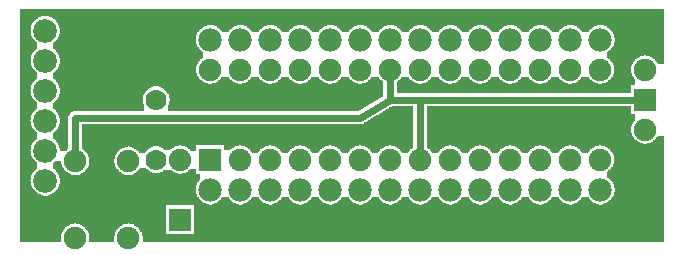
<source format=gtl>
G04 MADE WITH FRITZING*
G04 WWW.FRITZING.ORG*
G04 DOUBLE SIDED*
G04 HOLES PLATED*
G04 CONTOUR ON CENTER OF CONTOUR VECTOR*
%ASAXBY*%
%FSLAX23Y23*%
%MOIN*%
%OFA0B0*%
%SFA1.0B1.0*%
%ADD10C,0.075000*%
%ADD11C,0.078000*%
%ADD12C,0.070000*%
%ADD13C,0.079370*%
%ADD14R,0.075000X0.075000*%
%ADD15C,0.024000*%
%LNCOPPER1*%
G90*
G70*
G54D10*
X2068Y753D03*
X675Y316D03*
X675Y616D03*
X775Y316D03*
X775Y616D03*
X875Y316D03*
X875Y616D03*
X975Y316D03*
X975Y616D03*
X1075Y316D03*
X1075Y616D03*
X1175Y316D03*
X1175Y616D03*
X1275Y316D03*
X1275Y616D03*
X1375Y316D03*
X1375Y616D03*
X1475Y316D03*
X1475Y616D03*
X1575Y316D03*
X1575Y616D03*
X1675Y316D03*
X1675Y616D03*
X1775Y316D03*
X1775Y616D03*
X1875Y316D03*
X1875Y616D03*
X1975Y316D03*
X1975Y616D03*
X575Y116D03*
X575Y316D03*
G54D11*
X675Y216D03*
X775Y216D03*
X875Y216D03*
X975Y216D03*
X1075Y216D03*
X1175Y216D03*
X1275Y216D03*
X1375Y216D03*
X1475Y216D03*
X1575Y216D03*
X1675Y216D03*
X1775Y216D03*
X1875Y216D03*
X1975Y216D03*
X675Y716D03*
X775Y716D03*
X875Y716D03*
X975Y716D03*
X1075Y716D03*
X1175Y716D03*
X1275Y716D03*
X1375Y716D03*
X1475Y716D03*
X1575Y716D03*
X1675Y716D03*
X1775Y716D03*
X1875Y716D03*
X1975Y716D03*
G54D10*
X2125Y616D03*
X2125Y516D03*
X2125Y416D03*
X402Y312D03*
X402Y56D03*
X225Y312D03*
X225Y56D03*
G54D12*
X495Y516D03*
X495Y316D03*
G54D13*
X125Y746D03*
X125Y646D03*
X125Y546D03*
X125Y446D03*
X125Y346D03*
X125Y246D03*
G54D14*
X675Y316D03*
X575Y116D03*
X2125Y516D03*
G54D15*
X1375Y516D02*
X1375Y344D01*
D02*
X2096Y516D02*
X1375Y516D01*
D02*
X1375Y516D02*
X1375Y516D01*
D02*
X1275Y587D02*
X1275Y516D01*
D02*
X1275Y516D02*
X1375Y516D01*
D02*
X1175Y456D02*
X225Y456D01*
D02*
X225Y456D02*
X225Y340D01*
D02*
X1275Y516D02*
X1175Y456D01*
D02*
X1275Y587D02*
X1275Y516D01*
G36*
X40Y818D02*
X40Y796D01*
X130Y796D01*
X130Y794D01*
X138Y794D01*
X138Y792D01*
X142Y792D01*
X142Y790D01*
X146Y790D01*
X146Y788D01*
X150Y788D01*
X150Y786D01*
X152Y786D01*
X152Y784D01*
X156Y784D01*
X156Y782D01*
X158Y782D01*
X158Y780D01*
X160Y780D01*
X160Y778D01*
X162Y778D01*
X162Y774D01*
X164Y774D01*
X164Y772D01*
X166Y772D01*
X166Y770D01*
X168Y770D01*
X168Y766D01*
X170Y766D01*
X170Y764D01*
X1986Y764D01*
X1986Y762D01*
X1992Y762D01*
X1992Y760D01*
X1996Y760D01*
X1996Y758D01*
X1998Y758D01*
X1998Y756D01*
X2002Y756D01*
X2002Y754D01*
X2004Y754D01*
X2004Y752D01*
X2006Y752D01*
X2006Y750D01*
X2008Y750D01*
X2008Y748D01*
X2010Y748D01*
X2010Y746D01*
X2012Y746D01*
X2012Y744D01*
X2014Y744D01*
X2014Y742D01*
X2016Y742D01*
X2016Y738D01*
X2018Y738D01*
X2018Y734D01*
X2020Y734D01*
X2020Y730D01*
X2022Y730D01*
X2022Y722D01*
X2024Y722D01*
X2024Y708D01*
X2022Y708D01*
X2022Y702D01*
X2020Y702D01*
X2020Y696D01*
X2018Y696D01*
X2018Y694D01*
X2016Y694D01*
X2016Y690D01*
X2014Y690D01*
X2014Y688D01*
X2012Y688D01*
X2012Y684D01*
X2010Y684D01*
X2010Y682D01*
X2008Y682D01*
X2008Y680D01*
X2004Y680D01*
X2004Y678D01*
X2002Y678D01*
X2002Y676D01*
X2000Y676D01*
X2000Y674D01*
X1998Y674D01*
X1998Y664D01*
X2128Y664D01*
X2128Y662D01*
X2136Y662D01*
X2136Y660D01*
X2142Y660D01*
X2142Y658D01*
X2146Y658D01*
X2146Y656D01*
X2148Y656D01*
X2148Y654D01*
X2152Y654D01*
X2152Y652D01*
X2154Y652D01*
X2154Y650D01*
X2156Y650D01*
X2156Y648D01*
X2158Y648D01*
X2158Y646D01*
X2160Y646D01*
X2160Y644D01*
X2162Y644D01*
X2162Y642D01*
X2164Y642D01*
X2164Y638D01*
X2166Y638D01*
X2166Y634D01*
X2186Y634D01*
X2186Y818D01*
X40Y818D01*
G37*
D02*
G36*
X40Y796D02*
X40Y196D01*
X116Y196D01*
X116Y198D01*
X110Y198D01*
X110Y200D01*
X104Y200D01*
X104Y202D01*
X102Y202D01*
X102Y204D01*
X98Y204D01*
X98Y206D01*
X96Y206D01*
X96Y208D01*
X94Y208D01*
X94Y210D01*
X92Y210D01*
X92Y212D01*
X90Y212D01*
X90Y214D01*
X88Y214D01*
X88Y216D01*
X86Y216D01*
X86Y218D01*
X84Y218D01*
X84Y220D01*
X82Y220D01*
X82Y224D01*
X80Y224D01*
X80Y228D01*
X78Y228D01*
X78Y234D01*
X76Y234D01*
X76Y244D01*
X74Y244D01*
X74Y248D01*
X76Y248D01*
X76Y258D01*
X78Y258D01*
X78Y264D01*
X80Y264D01*
X80Y268D01*
X82Y268D01*
X82Y270D01*
X84Y270D01*
X84Y274D01*
X86Y274D01*
X86Y276D01*
X88Y276D01*
X88Y278D01*
X90Y278D01*
X90Y280D01*
X92Y280D01*
X92Y282D01*
X94Y282D01*
X94Y284D01*
X96Y284D01*
X96Y286D01*
X98Y286D01*
X98Y306D01*
X96Y306D01*
X96Y308D01*
X94Y308D01*
X94Y310D01*
X92Y310D01*
X92Y312D01*
X90Y312D01*
X90Y314D01*
X88Y314D01*
X88Y316D01*
X86Y316D01*
X86Y318D01*
X84Y318D01*
X84Y320D01*
X82Y320D01*
X82Y324D01*
X80Y324D01*
X80Y328D01*
X78Y328D01*
X78Y334D01*
X76Y334D01*
X76Y344D01*
X74Y344D01*
X74Y348D01*
X76Y348D01*
X76Y358D01*
X78Y358D01*
X78Y364D01*
X80Y364D01*
X80Y368D01*
X82Y368D01*
X82Y370D01*
X84Y370D01*
X84Y374D01*
X86Y374D01*
X86Y376D01*
X88Y376D01*
X88Y378D01*
X90Y378D01*
X90Y380D01*
X92Y380D01*
X92Y382D01*
X94Y382D01*
X94Y384D01*
X96Y384D01*
X96Y386D01*
X98Y386D01*
X98Y406D01*
X96Y406D01*
X96Y408D01*
X94Y408D01*
X94Y410D01*
X92Y410D01*
X92Y412D01*
X90Y412D01*
X90Y414D01*
X88Y414D01*
X88Y416D01*
X86Y416D01*
X86Y418D01*
X84Y418D01*
X84Y420D01*
X82Y420D01*
X82Y424D01*
X80Y424D01*
X80Y428D01*
X78Y428D01*
X78Y434D01*
X76Y434D01*
X76Y444D01*
X74Y444D01*
X74Y448D01*
X76Y448D01*
X76Y458D01*
X78Y458D01*
X78Y464D01*
X80Y464D01*
X80Y468D01*
X82Y468D01*
X82Y470D01*
X84Y470D01*
X84Y474D01*
X86Y474D01*
X86Y476D01*
X88Y476D01*
X88Y478D01*
X90Y478D01*
X90Y480D01*
X92Y480D01*
X92Y482D01*
X94Y482D01*
X94Y484D01*
X96Y484D01*
X96Y486D01*
X98Y486D01*
X98Y506D01*
X96Y506D01*
X96Y508D01*
X94Y508D01*
X94Y510D01*
X92Y510D01*
X92Y512D01*
X90Y512D01*
X90Y514D01*
X88Y514D01*
X88Y516D01*
X86Y516D01*
X86Y518D01*
X84Y518D01*
X84Y520D01*
X82Y520D01*
X82Y524D01*
X80Y524D01*
X80Y528D01*
X78Y528D01*
X78Y534D01*
X76Y534D01*
X76Y544D01*
X74Y544D01*
X74Y548D01*
X76Y548D01*
X76Y558D01*
X78Y558D01*
X78Y564D01*
X80Y564D01*
X80Y568D01*
X82Y568D01*
X82Y570D01*
X84Y570D01*
X84Y574D01*
X86Y574D01*
X86Y576D01*
X88Y576D01*
X88Y578D01*
X90Y578D01*
X90Y580D01*
X92Y580D01*
X92Y582D01*
X94Y582D01*
X94Y584D01*
X96Y584D01*
X96Y586D01*
X98Y586D01*
X98Y606D01*
X96Y606D01*
X96Y608D01*
X94Y608D01*
X94Y610D01*
X92Y610D01*
X92Y612D01*
X90Y612D01*
X90Y614D01*
X88Y614D01*
X88Y616D01*
X86Y616D01*
X86Y618D01*
X84Y618D01*
X84Y620D01*
X82Y620D01*
X82Y624D01*
X80Y624D01*
X80Y628D01*
X78Y628D01*
X78Y634D01*
X76Y634D01*
X76Y644D01*
X74Y644D01*
X74Y646D01*
X76Y646D01*
X76Y658D01*
X78Y658D01*
X78Y664D01*
X80Y664D01*
X80Y668D01*
X82Y668D01*
X82Y670D01*
X84Y670D01*
X84Y674D01*
X86Y674D01*
X86Y676D01*
X88Y676D01*
X88Y678D01*
X90Y678D01*
X90Y680D01*
X92Y680D01*
X92Y682D01*
X94Y682D01*
X94Y684D01*
X96Y684D01*
X96Y686D01*
X98Y686D01*
X98Y706D01*
X96Y706D01*
X96Y708D01*
X94Y708D01*
X94Y710D01*
X92Y710D01*
X92Y712D01*
X90Y712D01*
X90Y714D01*
X88Y714D01*
X88Y716D01*
X86Y716D01*
X86Y718D01*
X84Y718D01*
X84Y720D01*
X82Y720D01*
X82Y724D01*
X80Y724D01*
X80Y728D01*
X78Y728D01*
X78Y734D01*
X76Y734D01*
X76Y744D01*
X74Y744D01*
X74Y746D01*
X76Y746D01*
X76Y758D01*
X78Y758D01*
X78Y764D01*
X80Y764D01*
X80Y768D01*
X82Y768D01*
X82Y770D01*
X84Y770D01*
X84Y774D01*
X86Y774D01*
X86Y776D01*
X88Y776D01*
X88Y778D01*
X90Y778D01*
X90Y780D01*
X92Y780D01*
X92Y782D01*
X94Y782D01*
X94Y784D01*
X96Y784D01*
X96Y786D01*
X100Y786D01*
X100Y788D01*
X102Y788D01*
X102Y790D01*
X106Y790D01*
X106Y792D01*
X112Y792D01*
X112Y794D01*
X120Y794D01*
X120Y796D01*
X40Y796D01*
G37*
D02*
G36*
X170Y764D02*
X170Y762D01*
X172Y762D01*
X172Y756D01*
X174Y756D01*
X174Y736D01*
X172Y736D01*
X172Y730D01*
X170Y730D01*
X170Y726D01*
X168Y726D01*
X168Y722D01*
X166Y722D01*
X166Y718D01*
X164Y718D01*
X164Y716D01*
X162Y716D01*
X162Y714D01*
X160Y714D01*
X160Y712D01*
X158Y712D01*
X158Y710D01*
X156Y710D01*
X156Y708D01*
X154Y708D01*
X154Y706D01*
X150Y706D01*
X150Y686D01*
X152Y686D01*
X152Y684D01*
X156Y684D01*
X156Y682D01*
X158Y682D01*
X158Y680D01*
X160Y680D01*
X160Y678D01*
X162Y678D01*
X162Y674D01*
X164Y674D01*
X164Y672D01*
X166Y672D01*
X166Y670D01*
X168Y670D01*
X168Y666D01*
X170Y666D01*
X170Y662D01*
X172Y662D01*
X172Y656D01*
X174Y656D01*
X174Y636D01*
X172Y636D01*
X172Y630D01*
X170Y630D01*
X170Y626D01*
X168Y626D01*
X168Y622D01*
X166Y622D01*
X166Y618D01*
X164Y618D01*
X164Y616D01*
X162Y616D01*
X162Y614D01*
X160Y614D01*
X160Y612D01*
X158Y612D01*
X158Y610D01*
X156Y610D01*
X156Y608D01*
X154Y608D01*
X154Y606D01*
X150Y606D01*
X150Y586D01*
X152Y586D01*
X152Y584D01*
X156Y584D01*
X156Y582D01*
X158Y582D01*
X158Y580D01*
X160Y580D01*
X160Y578D01*
X162Y578D01*
X162Y574D01*
X164Y574D01*
X164Y572D01*
X166Y572D01*
X166Y570D01*
X168Y570D01*
X168Y568D01*
X666Y568D01*
X666Y570D01*
X660Y570D01*
X660Y572D01*
X656Y572D01*
X656Y574D01*
X652Y574D01*
X652Y576D01*
X650Y576D01*
X650Y578D01*
X646Y578D01*
X646Y580D01*
X644Y580D01*
X644Y582D01*
X642Y582D01*
X642Y584D01*
X640Y584D01*
X640Y586D01*
X638Y586D01*
X638Y588D01*
X636Y588D01*
X636Y592D01*
X634Y592D01*
X634Y594D01*
X632Y594D01*
X632Y598D01*
X630Y598D01*
X630Y604D01*
X628Y604D01*
X628Y628D01*
X630Y628D01*
X630Y632D01*
X632Y632D01*
X632Y636D01*
X634Y636D01*
X634Y640D01*
X636Y640D01*
X636Y642D01*
X638Y642D01*
X638Y644D01*
X640Y644D01*
X640Y648D01*
X642Y648D01*
X642Y650D01*
X646Y650D01*
X646Y652D01*
X648Y652D01*
X648Y654D01*
X650Y654D01*
X650Y676D01*
X646Y676D01*
X646Y678D01*
X644Y678D01*
X644Y680D01*
X642Y680D01*
X642Y682D01*
X640Y682D01*
X640Y684D01*
X638Y684D01*
X638Y686D01*
X636Y686D01*
X636Y690D01*
X634Y690D01*
X634Y692D01*
X632Y692D01*
X632Y696D01*
X630Y696D01*
X630Y700D01*
X628Y700D01*
X628Y706D01*
X626Y706D01*
X626Y726D01*
X628Y726D01*
X628Y732D01*
X630Y732D01*
X630Y736D01*
X632Y736D01*
X632Y740D01*
X634Y740D01*
X634Y742D01*
X636Y742D01*
X636Y744D01*
X638Y744D01*
X638Y748D01*
X640Y748D01*
X640Y750D01*
X642Y750D01*
X642Y752D01*
X646Y752D01*
X646Y754D01*
X648Y754D01*
X648Y756D01*
X650Y756D01*
X650Y758D01*
X654Y758D01*
X654Y760D01*
X658Y760D01*
X658Y762D01*
X664Y762D01*
X664Y764D01*
X170Y764D01*
G37*
D02*
G36*
X686Y764D02*
X686Y762D01*
X692Y762D01*
X692Y760D01*
X696Y760D01*
X696Y758D01*
X698Y758D01*
X698Y756D01*
X702Y756D01*
X702Y754D01*
X704Y754D01*
X704Y752D01*
X706Y752D01*
X706Y750D01*
X708Y750D01*
X708Y748D01*
X710Y748D01*
X710Y746D01*
X712Y746D01*
X712Y744D01*
X714Y744D01*
X714Y742D01*
X736Y742D01*
X736Y744D01*
X738Y744D01*
X738Y748D01*
X740Y748D01*
X740Y750D01*
X742Y750D01*
X742Y752D01*
X746Y752D01*
X746Y754D01*
X748Y754D01*
X748Y756D01*
X750Y756D01*
X750Y758D01*
X754Y758D01*
X754Y760D01*
X758Y760D01*
X758Y762D01*
X764Y762D01*
X764Y764D01*
X686Y764D01*
G37*
D02*
G36*
X786Y764D02*
X786Y762D01*
X792Y762D01*
X792Y760D01*
X796Y760D01*
X796Y758D01*
X798Y758D01*
X798Y756D01*
X802Y756D01*
X802Y754D01*
X804Y754D01*
X804Y752D01*
X806Y752D01*
X806Y750D01*
X808Y750D01*
X808Y748D01*
X810Y748D01*
X810Y746D01*
X812Y746D01*
X812Y744D01*
X814Y744D01*
X814Y742D01*
X836Y742D01*
X836Y744D01*
X838Y744D01*
X838Y748D01*
X840Y748D01*
X840Y750D01*
X842Y750D01*
X842Y752D01*
X846Y752D01*
X846Y754D01*
X848Y754D01*
X848Y756D01*
X850Y756D01*
X850Y758D01*
X854Y758D01*
X854Y760D01*
X858Y760D01*
X858Y762D01*
X864Y762D01*
X864Y764D01*
X786Y764D01*
G37*
D02*
G36*
X886Y764D02*
X886Y762D01*
X892Y762D01*
X892Y760D01*
X896Y760D01*
X896Y758D01*
X898Y758D01*
X898Y756D01*
X902Y756D01*
X902Y754D01*
X904Y754D01*
X904Y752D01*
X906Y752D01*
X906Y750D01*
X908Y750D01*
X908Y748D01*
X910Y748D01*
X910Y746D01*
X912Y746D01*
X912Y744D01*
X914Y744D01*
X914Y742D01*
X936Y742D01*
X936Y744D01*
X938Y744D01*
X938Y748D01*
X940Y748D01*
X940Y750D01*
X942Y750D01*
X942Y752D01*
X946Y752D01*
X946Y754D01*
X948Y754D01*
X948Y756D01*
X950Y756D01*
X950Y758D01*
X954Y758D01*
X954Y760D01*
X958Y760D01*
X958Y762D01*
X964Y762D01*
X964Y764D01*
X886Y764D01*
G37*
D02*
G36*
X986Y764D02*
X986Y762D01*
X992Y762D01*
X992Y760D01*
X996Y760D01*
X996Y758D01*
X998Y758D01*
X998Y756D01*
X1002Y756D01*
X1002Y754D01*
X1004Y754D01*
X1004Y752D01*
X1006Y752D01*
X1006Y750D01*
X1008Y750D01*
X1008Y748D01*
X1010Y748D01*
X1010Y746D01*
X1012Y746D01*
X1012Y744D01*
X1014Y744D01*
X1014Y742D01*
X1036Y742D01*
X1036Y744D01*
X1038Y744D01*
X1038Y748D01*
X1040Y748D01*
X1040Y750D01*
X1042Y750D01*
X1042Y752D01*
X1046Y752D01*
X1046Y754D01*
X1048Y754D01*
X1048Y756D01*
X1050Y756D01*
X1050Y758D01*
X1054Y758D01*
X1054Y760D01*
X1058Y760D01*
X1058Y762D01*
X1064Y762D01*
X1064Y764D01*
X986Y764D01*
G37*
D02*
G36*
X1086Y764D02*
X1086Y762D01*
X1092Y762D01*
X1092Y760D01*
X1096Y760D01*
X1096Y758D01*
X1098Y758D01*
X1098Y756D01*
X1102Y756D01*
X1102Y754D01*
X1104Y754D01*
X1104Y752D01*
X1106Y752D01*
X1106Y750D01*
X1108Y750D01*
X1108Y748D01*
X1110Y748D01*
X1110Y746D01*
X1112Y746D01*
X1112Y744D01*
X1114Y744D01*
X1114Y742D01*
X1136Y742D01*
X1136Y744D01*
X1138Y744D01*
X1138Y748D01*
X1140Y748D01*
X1140Y750D01*
X1142Y750D01*
X1142Y752D01*
X1146Y752D01*
X1146Y754D01*
X1148Y754D01*
X1148Y756D01*
X1150Y756D01*
X1150Y758D01*
X1154Y758D01*
X1154Y760D01*
X1158Y760D01*
X1158Y762D01*
X1164Y762D01*
X1164Y764D01*
X1086Y764D01*
G37*
D02*
G36*
X1186Y764D02*
X1186Y762D01*
X1192Y762D01*
X1192Y760D01*
X1196Y760D01*
X1196Y758D01*
X1198Y758D01*
X1198Y756D01*
X1202Y756D01*
X1202Y754D01*
X1204Y754D01*
X1204Y752D01*
X1206Y752D01*
X1206Y750D01*
X1208Y750D01*
X1208Y748D01*
X1210Y748D01*
X1210Y746D01*
X1212Y746D01*
X1212Y744D01*
X1214Y744D01*
X1214Y742D01*
X1236Y742D01*
X1236Y744D01*
X1238Y744D01*
X1238Y748D01*
X1240Y748D01*
X1240Y750D01*
X1242Y750D01*
X1242Y752D01*
X1246Y752D01*
X1246Y754D01*
X1248Y754D01*
X1248Y756D01*
X1250Y756D01*
X1250Y758D01*
X1254Y758D01*
X1254Y760D01*
X1258Y760D01*
X1258Y762D01*
X1264Y762D01*
X1264Y764D01*
X1186Y764D01*
G37*
D02*
G36*
X1286Y764D02*
X1286Y762D01*
X1292Y762D01*
X1292Y760D01*
X1296Y760D01*
X1296Y758D01*
X1298Y758D01*
X1298Y756D01*
X1302Y756D01*
X1302Y754D01*
X1304Y754D01*
X1304Y752D01*
X1306Y752D01*
X1306Y750D01*
X1308Y750D01*
X1308Y748D01*
X1310Y748D01*
X1310Y746D01*
X1312Y746D01*
X1312Y744D01*
X1314Y744D01*
X1314Y742D01*
X1336Y742D01*
X1336Y744D01*
X1338Y744D01*
X1338Y748D01*
X1340Y748D01*
X1340Y750D01*
X1342Y750D01*
X1342Y752D01*
X1346Y752D01*
X1346Y754D01*
X1348Y754D01*
X1348Y756D01*
X1350Y756D01*
X1350Y758D01*
X1354Y758D01*
X1354Y760D01*
X1358Y760D01*
X1358Y762D01*
X1364Y762D01*
X1364Y764D01*
X1286Y764D01*
G37*
D02*
G36*
X1386Y764D02*
X1386Y762D01*
X1392Y762D01*
X1392Y760D01*
X1396Y760D01*
X1396Y758D01*
X1398Y758D01*
X1398Y756D01*
X1402Y756D01*
X1402Y754D01*
X1404Y754D01*
X1404Y752D01*
X1406Y752D01*
X1406Y750D01*
X1408Y750D01*
X1408Y748D01*
X1410Y748D01*
X1410Y746D01*
X1412Y746D01*
X1412Y744D01*
X1414Y744D01*
X1414Y742D01*
X1436Y742D01*
X1436Y744D01*
X1438Y744D01*
X1438Y748D01*
X1440Y748D01*
X1440Y750D01*
X1442Y750D01*
X1442Y752D01*
X1446Y752D01*
X1446Y754D01*
X1448Y754D01*
X1448Y756D01*
X1450Y756D01*
X1450Y758D01*
X1454Y758D01*
X1454Y760D01*
X1458Y760D01*
X1458Y762D01*
X1464Y762D01*
X1464Y764D01*
X1386Y764D01*
G37*
D02*
G36*
X1486Y764D02*
X1486Y762D01*
X1492Y762D01*
X1492Y760D01*
X1496Y760D01*
X1496Y758D01*
X1498Y758D01*
X1498Y756D01*
X1502Y756D01*
X1502Y754D01*
X1504Y754D01*
X1504Y752D01*
X1506Y752D01*
X1506Y750D01*
X1508Y750D01*
X1508Y748D01*
X1510Y748D01*
X1510Y746D01*
X1512Y746D01*
X1512Y744D01*
X1514Y744D01*
X1514Y742D01*
X1536Y742D01*
X1536Y744D01*
X1538Y744D01*
X1538Y748D01*
X1540Y748D01*
X1540Y750D01*
X1542Y750D01*
X1542Y752D01*
X1546Y752D01*
X1546Y754D01*
X1548Y754D01*
X1548Y756D01*
X1550Y756D01*
X1550Y758D01*
X1554Y758D01*
X1554Y760D01*
X1558Y760D01*
X1558Y762D01*
X1564Y762D01*
X1564Y764D01*
X1486Y764D01*
G37*
D02*
G36*
X1586Y764D02*
X1586Y762D01*
X1592Y762D01*
X1592Y760D01*
X1596Y760D01*
X1596Y758D01*
X1598Y758D01*
X1598Y756D01*
X1602Y756D01*
X1602Y754D01*
X1604Y754D01*
X1604Y752D01*
X1606Y752D01*
X1606Y750D01*
X1608Y750D01*
X1608Y748D01*
X1610Y748D01*
X1610Y746D01*
X1612Y746D01*
X1612Y744D01*
X1614Y744D01*
X1614Y742D01*
X1636Y742D01*
X1636Y744D01*
X1638Y744D01*
X1638Y748D01*
X1640Y748D01*
X1640Y750D01*
X1642Y750D01*
X1642Y752D01*
X1646Y752D01*
X1646Y754D01*
X1648Y754D01*
X1648Y756D01*
X1650Y756D01*
X1650Y758D01*
X1654Y758D01*
X1654Y760D01*
X1658Y760D01*
X1658Y762D01*
X1664Y762D01*
X1664Y764D01*
X1586Y764D01*
G37*
D02*
G36*
X1686Y764D02*
X1686Y762D01*
X1692Y762D01*
X1692Y760D01*
X1696Y760D01*
X1696Y758D01*
X1698Y758D01*
X1698Y756D01*
X1702Y756D01*
X1702Y754D01*
X1704Y754D01*
X1704Y752D01*
X1706Y752D01*
X1706Y750D01*
X1708Y750D01*
X1708Y748D01*
X1710Y748D01*
X1710Y746D01*
X1712Y746D01*
X1712Y744D01*
X1714Y744D01*
X1714Y742D01*
X1736Y742D01*
X1736Y744D01*
X1738Y744D01*
X1738Y748D01*
X1740Y748D01*
X1740Y750D01*
X1742Y750D01*
X1742Y752D01*
X1746Y752D01*
X1746Y754D01*
X1748Y754D01*
X1748Y756D01*
X1750Y756D01*
X1750Y758D01*
X1754Y758D01*
X1754Y760D01*
X1758Y760D01*
X1758Y762D01*
X1764Y762D01*
X1764Y764D01*
X1686Y764D01*
G37*
D02*
G36*
X1786Y764D02*
X1786Y762D01*
X1792Y762D01*
X1792Y760D01*
X1796Y760D01*
X1796Y758D01*
X1798Y758D01*
X1798Y756D01*
X1802Y756D01*
X1802Y754D01*
X1804Y754D01*
X1804Y752D01*
X1806Y752D01*
X1806Y750D01*
X1808Y750D01*
X1808Y748D01*
X1810Y748D01*
X1810Y746D01*
X1812Y746D01*
X1812Y744D01*
X1814Y744D01*
X1814Y742D01*
X1836Y742D01*
X1836Y744D01*
X1838Y744D01*
X1838Y748D01*
X1840Y748D01*
X1840Y750D01*
X1842Y750D01*
X1842Y752D01*
X1846Y752D01*
X1846Y754D01*
X1848Y754D01*
X1848Y756D01*
X1850Y756D01*
X1850Y758D01*
X1854Y758D01*
X1854Y760D01*
X1858Y760D01*
X1858Y762D01*
X1864Y762D01*
X1864Y764D01*
X1786Y764D01*
G37*
D02*
G36*
X1886Y764D02*
X1886Y762D01*
X1892Y762D01*
X1892Y760D01*
X1896Y760D01*
X1896Y758D01*
X1898Y758D01*
X1898Y756D01*
X1902Y756D01*
X1902Y754D01*
X1904Y754D01*
X1904Y752D01*
X1906Y752D01*
X1906Y750D01*
X1908Y750D01*
X1908Y748D01*
X1910Y748D01*
X1910Y746D01*
X1912Y746D01*
X1912Y744D01*
X1914Y744D01*
X1914Y742D01*
X1936Y742D01*
X1936Y744D01*
X1938Y744D01*
X1938Y748D01*
X1940Y748D01*
X1940Y750D01*
X1942Y750D01*
X1942Y752D01*
X1946Y752D01*
X1946Y754D01*
X1948Y754D01*
X1948Y756D01*
X1950Y756D01*
X1950Y758D01*
X1954Y758D01*
X1954Y760D01*
X1958Y760D01*
X1958Y762D01*
X1964Y762D01*
X1964Y764D01*
X1886Y764D01*
G37*
D02*
G36*
X1998Y664D02*
X1998Y654D01*
X2002Y654D01*
X2002Y652D01*
X2004Y652D01*
X2004Y650D01*
X2006Y650D01*
X2006Y648D01*
X2008Y648D01*
X2008Y646D01*
X2010Y646D01*
X2010Y644D01*
X2012Y644D01*
X2012Y642D01*
X2014Y642D01*
X2014Y638D01*
X2016Y638D01*
X2016Y634D01*
X2018Y634D01*
X2018Y630D01*
X2020Y630D01*
X2020Y624D01*
X2022Y624D01*
X2022Y606D01*
X2020Y606D01*
X2020Y600D01*
X2018Y600D01*
X2018Y596D01*
X2016Y596D01*
X2016Y592D01*
X2014Y592D01*
X2014Y590D01*
X2012Y590D01*
X2012Y588D01*
X2010Y588D01*
X2010Y584D01*
X2008Y584D01*
X2008Y582D01*
X2004Y582D01*
X2004Y580D01*
X2002Y580D01*
X2002Y578D01*
X2000Y578D01*
X2000Y576D01*
X1998Y576D01*
X1998Y574D01*
X1994Y574D01*
X1994Y572D01*
X1990Y572D01*
X1990Y570D01*
X1982Y570D01*
X1982Y568D01*
X2092Y568D01*
X2092Y584D01*
X2090Y584D01*
X2090Y586D01*
X2088Y586D01*
X2088Y588D01*
X2086Y588D01*
X2086Y592D01*
X2084Y592D01*
X2084Y594D01*
X2082Y594D01*
X2082Y598D01*
X2080Y598D01*
X2080Y604D01*
X2078Y604D01*
X2078Y628D01*
X2080Y628D01*
X2080Y632D01*
X2082Y632D01*
X2082Y636D01*
X2084Y636D01*
X2084Y640D01*
X2086Y640D01*
X2086Y642D01*
X2088Y642D01*
X2088Y644D01*
X2090Y644D01*
X2090Y648D01*
X2092Y648D01*
X2092Y650D01*
X2096Y650D01*
X2096Y652D01*
X2098Y652D01*
X2098Y654D01*
X2100Y654D01*
X2100Y656D01*
X2104Y656D01*
X2104Y658D01*
X2108Y658D01*
X2108Y660D01*
X2112Y660D01*
X2112Y662D01*
X2122Y662D01*
X2122Y664D01*
X1998Y664D01*
G37*
D02*
G36*
X714Y592D02*
X714Y590D01*
X712Y590D01*
X712Y588D01*
X710Y588D01*
X710Y584D01*
X708Y584D01*
X708Y582D01*
X704Y582D01*
X704Y580D01*
X702Y580D01*
X702Y578D01*
X700Y578D01*
X700Y576D01*
X698Y576D01*
X698Y574D01*
X694Y574D01*
X694Y572D01*
X690Y572D01*
X690Y570D01*
X682Y570D01*
X682Y568D01*
X766Y568D01*
X766Y570D01*
X760Y570D01*
X760Y572D01*
X756Y572D01*
X756Y574D01*
X752Y574D01*
X752Y576D01*
X750Y576D01*
X750Y578D01*
X746Y578D01*
X746Y580D01*
X744Y580D01*
X744Y582D01*
X742Y582D01*
X742Y584D01*
X740Y584D01*
X740Y586D01*
X738Y586D01*
X738Y588D01*
X736Y588D01*
X736Y592D01*
X714Y592D01*
G37*
D02*
G36*
X814Y592D02*
X814Y590D01*
X812Y590D01*
X812Y588D01*
X810Y588D01*
X810Y584D01*
X808Y584D01*
X808Y582D01*
X804Y582D01*
X804Y580D01*
X802Y580D01*
X802Y578D01*
X800Y578D01*
X800Y576D01*
X798Y576D01*
X798Y574D01*
X794Y574D01*
X794Y572D01*
X790Y572D01*
X790Y570D01*
X782Y570D01*
X782Y568D01*
X866Y568D01*
X866Y570D01*
X860Y570D01*
X860Y572D01*
X856Y572D01*
X856Y574D01*
X852Y574D01*
X852Y576D01*
X850Y576D01*
X850Y578D01*
X846Y578D01*
X846Y580D01*
X844Y580D01*
X844Y582D01*
X842Y582D01*
X842Y584D01*
X840Y584D01*
X840Y586D01*
X838Y586D01*
X838Y588D01*
X836Y588D01*
X836Y592D01*
X814Y592D01*
G37*
D02*
G36*
X914Y592D02*
X914Y590D01*
X912Y590D01*
X912Y588D01*
X910Y588D01*
X910Y584D01*
X908Y584D01*
X908Y582D01*
X904Y582D01*
X904Y580D01*
X902Y580D01*
X902Y578D01*
X900Y578D01*
X900Y576D01*
X898Y576D01*
X898Y574D01*
X894Y574D01*
X894Y572D01*
X890Y572D01*
X890Y570D01*
X882Y570D01*
X882Y568D01*
X966Y568D01*
X966Y570D01*
X960Y570D01*
X960Y572D01*
X956Y572D01*
X956Y574D01*
X952Y574D01*
X952Y576D01*
X950Y576D01*
X950Y578D01*
X946Y578D01*
X946Y580D01*
X944Y580D01*
X944Y582D01*
X942Y582D01*
X942Y584D01*
X940Y584D01*
X940Y586D01*
X938Y586D01*
X938Y588D01*
X936Y588D01*
X936Y592D01*
X914Y592D01*
G37*
D02*
G36*
X1014Y592D02*
X1014Y590D01*
X1012Y590D01*
X1012Y588D01*
X1010Y588D01*
X1010Y584D01*
X1008Y584D01*
X1008Y582D01*
X1004Y582D01*
X1004Y580D01*
X1002Y580D01*
X1002Y578D01*
X1000Y578D01*
X1000Y576D01*
X998Y576D01*
X998Y574D01*
X994Y574D01*
X994Y572D01*
X990Y572D01*
X990Y570D01*
X982Y570D01*
X982Y568D01*
X1066Y568D01*
X1066Y570D01*
X1060Y570D01*
X1060Y572D01*
X1056Y572D01*
X1056Y574D01*
X1052Y574D01*
X1052Y576D01*
X1050Y576D01*
X1050Y578D01*
X1046Y578D01*
X1046Y580D01*
X1044Y580D01*
X1044Y582D01*
X1042Y582D01*
X1042Y584D01*
X1040Y584D01*
X1040Y586D01*
X1038Y586D01*
X1038Y588D01*
X1036Y588D01*
X1036Y592D01*
X1014Y592D01*
G37*
D02*
G36*
X1114Y592D02*
X1114Y590D01*
X1112Y590D01*
X1112Y588D01*
X1110Y588D01*
X1110Y584D01*
X1108Y584D01*
X1108Y582D01*
X1104Y582D01*
X1104Y580D01*
X1102Y580D01*
X1102Y578D01*
X1100Y578D01*
X1100Y576D01*
X1098Y576D01*
X1098Y574D01*
X1094Y574D01*
X1094Y572D01*
X1090Y572D01*
X1090Y570D01*
X1082Y570D01*
X1082Y568D01*
X1166Y568D01*
X1166Y570D01*
X1160Y570D01*
X1160Y572D01*
X1156Y572D01*
X1156Y574D01*
X1152Y574D01*
X1152Y576D01*
X1150Y576D01*
X1150Y578D01*
X1146Y578D01*
X1146Y580D01*
X1144Y580D01*
X1144Y582D01*
X1142Y582D01*
X1142Y584D01*
X1140Y584D01*
X1140Y586D01*
X1138Y586D01*
X1138Y588D01*
X1136Y588D01*
X1136Y592D01*
X1114Y592D01*
G37*
D02*
G36*
X1214Y592D02*
X1214Y590D01*
X1212Y590D01*
X1212Y588D01*
X1210Y588D01*
X1210Y584D01*
X1208Y584D01*
X1208Y582D01*
X1204Y582D01*
X1204Y580D01*
X1202Y580D01*
X1202Y578D01*
X1200Y578D01*
X1200Y576D01*
X1198Y576D01*
X1198Y574D01*
X1194Y574D01*
X1194Y572D01*
X1190Y572D01*
X1190Y570D01*
X1182Y570D01*
X1182Y568D01*
X1252Y568D01*
X1252Y576D01*
X1250Y576D01*
X1250Y578D01*
X1246Y578D01*
X1246Y580D01*
X1244Y580D01*
X1244Y582D01*
X1242Y582D01*
X1242Y584D01*
X1240Y584D01*
X1240Y586D01*
X1238Y586D01*
X1238Y588D01*
X1236Y588D01*
X1236Y592D01*
X1214Y592D01*
G37*
D02*
G36*
X1314Y592D02*
X1314Y590D01*
X1312Y590D01*
X1312Y588D01*
X1310Y588D01*
X1310Y584D01*
X1308Y584D01*
X1308Y582D01*
X1304Y582D01*
X1304Y580D01*
X1302Y580D01*
X1302Y578D01*
X1300Y578D01*
X1300Y576D01*
X1298Y576D01*
X1298Y574D01*
X1296Y574D01*
X1296Y568D01*
X1366Y568D01*
X1366Y570D01*
X1360Y570D01*
X1360Y572D01*
X1356Y572D01*
X1356Y574D01*
X1352Y574D01*
X1352Y576D01*
X1350Y576D01*
X1350Y578D01*
X1346Y578D01*
X1346Y580D01*
X1344Y580D01*
X1344Y582D01*
X1342Y582D01*
X1342Y584D01*
X1340Y584D01*
X1340Y586D01*
X1338Y586D01*
X1338Y588D01*
X1336Y588D01*
X1336Y592D01*
X1314Y592D01*
G37*
D02*
G36*
X1414Y592D02*
X1414Y590D01*
X1412Y590D01*
X1412Y588D01*
X1410Y588D01*
X1410Y584D01*
X1408Y584D01*
X1408Y582D01*
X1404Y582D01*
X1404Y580D01*
X1402Y580D01*
X1402Y578D01*
X1400Y578D01*
X1400Y576D01*
X1398Y576D01*
X1398Y574D01*
X1394Y574D01*
X1394Y572D01*
X1390Y572D01*
X1390Y570D01*
X1382Y570D01*
X1382Y568D01*
X1466Y568D01*
X1466Y570D01*
X1460Y570D01*
X1460Y572D01*
X1456Y572D01*
X1456Y574D01*
X1452Y574D01*
X1452Y576D01*
X1450Y576D01*
X1450Y578D01*
X1446Y578D01*
X1446Y580D01*
X1444Y580D01*
X1444Y582D01*
X1442Y582D01*
X1442Y584D01*
X1440Y584D01*
X1440Y586D01*
X1438Y586D01*
X1438Y588D01*
X1436Y588D01*
X1436Y592D01*
X1414Y592D01*
G37*
D02*
G36*
X1514Y592D02*
X1514Y590D01*
X1512Y590D01*
X1512Y588D01*
X1510Y588D01*
X1510Y584D01*
X1508Y584D01*
X1508Y582D01*
X1504Y582D01*
X1504Y580D01*
X1502Y580D01*
X1502Y578D01*
X1500Y578D01*
X1500Y576D01*
X1498Y576D01*
X1498Y574D01*
X1494Y574D01*
X1494Y572D01*
X1490Y572D01*
X1490Y570D01*
X1482Y570D01*
X1482Y568D01*
X1566Y568D01*
X1566Y570D01*
X1560Y570D01*
X1560Y572D01*
X1556Y572D01*
X1556Y574D01*
X1552Y574D01*
X1552Y576D01*
X1550Y576D01*
X1550Y578D01*
X1546Y578D01*
X1546Y580D01*
X1544Y580D01*
X1544Y582D01*
X1542Y582D01*
X1542Y584D01*
X1540Y584D01*
X1540Y586D01*
X1538Y586D01*
X1538Y588D01*
X1536Y588D01*
X1536Y592D01*
X1514Y592D01*
G37*
D02*
G36*
X1614Y592D02*
X1614Y590D01*
X1612Y590D01*
X1612Y588D01*
X1610Y588D01*
X1610Y584D01*
X1608Y584D01*
X1608Y582D01*
X1604Y582D01*
X1604Y580D01*
X1602Y580D01*
X1602Y578D01*
X1600Y578D01*
X1600Y576D01*
X1598Y576D01*
X1598Y574D01*
X1594Y574D01*
X1594Y572D01*
X1590Y572D01*
X1590Y570D01*
X1582Y570D01*
X1582Y568D01*
X1666Y568D01*
X1666Y570D01*
X1660Y570D01*
X1660Y572D01*
X1656Y572D01*
X1656Y574D01*
X1652Y574D01*
X1652Y576D01*
X1650Y576D01*
X1650Y578D01*
X1646Y578D01*
X1646Y580D01*
X1644Y580D01*
X1644Y582D01*
X1642Y582D01*
X1642Y584D01*
X1640Y584D01*
X1640Y586D01*
X1638Y586D01*
X1638Y588D01*
X1636Y588D01*
X1636Y592D01*
X1614Y592D01*
G37*
D02*
G36*
X1714Y592D02*
X1714Y590D01*
X1712Y590D01*
X1712Y588D01*
X1710Y588D01*
X1710Y584D01*
X1708Y584D01*
X1708Y582D01*
X1704Y582D01*
X1704Y580D01*
X1702Y580D01*
X1702Y578D01*
X1700Y578D01*
X1700Y576D01*
X1698Y576D01*
X1698Y574D01*
X1694Y574D01*
X1694Y572D01*
X1690Y572D01*
X1690Y570D01*
X1682Y570D01*
X1682Y568D01*
X1766Y568D01*
X1766Y570D01*
X1760Y570D01*
X1760Y572D01*
X1756Y572D01*
X1756Y574D01*
X1752Y574D01*
X1752Y576D01*
X1750Y576D01*
X1750Y578D01*
X1746Y578D01*
X1746Y580D01*
X1744Y580D01*
X1744Y582D01*
X1742Y582D01*
X1742Y584D01*
X1740Y584D01*
X1740Y586D01*
X1738Y586D01*
X1738Y588D01*
X1736Y588D01*
X1736Y592D01*
X1714Y592D01*
G37*
D02*
G36*
X1814Y592D02*
X1814Y590D01*
X1812Y590D01*
X1812Y588D01*
X1810Y588D01*
X1810Y584D01*
X1808Y584D01*
X1808Y582D01*
X1804Y582D01*
X1804Y580D01*
X1802Y580D01*
X1802Y578D01*
X1800Y578D01*
X1800Y576D01*
X1798Y576D01*
X1798Y574D01*
X1794Y574D01*
X1794Y572D01*
X1790Y572D01*
X1790Y570D01*
X1782Y570D01*
X1782Y568D01*
X1866Y568D01*
X1866Y570D01*
X1860Y570D01*
X1860Y572D01*
X1856Y572D01*
X1856Y574D01*
X1852Y574D01*
X1852Y576D01*
X1850Y576D01*
X1850Y578D01*
X1846Y578D01*
X1846Y580D01*
X1844Y580D01*
X1844Y582D01*
X1842Y582D01*
X1842Y584D01*
X1840Y584D01*
X1840Y586D01*
X1838Y586D01*
X1838Y588D01*
X1836Y588D01*
X1836Y592D01*
X1814Y592D01*
G37*
D02*
G36*
X1914Y592D02*
X1914Y590D01*
X1912Y590D01*
X1912Y588D01*
X1910Y588D01*
X1910Y584D01*
X1908Y584D01*
X1908Y582D01*
X1904Y582D01*
X1904Y580D01*
X1902Y580D01*
X1902Y578D01*
X1900Y578D01*
X1900Y576D01*
X1898Y576D01*
X1898Y574D01*
X1894Y574D01*
X1894Y572D01*
X1890Y572D01*
X1890Y570D01*
X1882Y570D01*
X1882Y568D01*
X1966Y568D01*
X1966Y570D01*
X1960Y570D01*
X1960Y572D01*
X1956Y572D01*
X1956Y574D01*
X1952Y574D01*
X1952Y576D01*
X1950Y576D01*
X1950Y578D01*
X1946Y578D01*
X1946Y580D01*
X1944Y580D01*
X1944Y582D01*
X1942Y582D01*
X1942Y584D01*
X1940Y584D01*
X1940Y586D01*
X1938Y586D01*
X1938Y588D01*
X1936Y588D01*
X1936Y592D01*
X1914Y592D01*
G37*
D02*
G36*
X168Y568D02*
X168Y566D01*
X1252Y566D01*
X1252Y568D01*
X168Y568D01*
G37*
D02*
G36*
X168Y568D02*
X168Y566D01*
X1252Y566D01*
X1252Y568D01*
X168Y568D01*
G37*
D02*
G36*
X168Y568D02*
X168Y566D01*
X1252Y566D01*
X1252Y568D01*
X168Y568D01*
G37*
D02*
G36*
X168Y568D02*
X168Y566D01*
X1252Y566D01*
X1252Y568D01*
X168Y568D01*
G37*
D02*
G36*
X168Y568D02*
X168Y566D01*
X1252Y566D01*
X1252Y568D01*
X168Y568D01*
G37*
D02*
G36*
X168Y568D02*
X168Y566D01*
X1252Y566D01*
X1252Y568D01*
X168Y568D01*
G37*
D02*
G36*
X168Y568D02*
X168Y566D01*
X1252Y566D01*
X1252Y568D01*
X168Y568D01*
G37*
D02*
G36*
X1296Y568D02*
X1296Y566D01*
X2092Y566D01*
X2092Y568D01*
X1296Y568D01*
G37*
D02*
G36*
X1296Y568D02*
X1296Y566D01*
X2092Y566D01*
X2092Y568D01*
X1296Y568D01*
G37*
D02*
G36*
X1296Y568D02*
X1296Y566D01*
X2092Y566D01*
X2092Y568D01*
X1296Y568D01*
G37*
D02*
G36*
X1296Y568D02*
X1296Y566D01*
X2092Y566D01*
X2092Y568D01*
X1296Y568D01*
G37*
D02*
G36*
X1296Y568D02*
X1296Y566D01*
X2092Y566D01*
X2092Y568D01*
X1296Y568D01*
G37*
D02*
G36*
X1296Y568D02*
X1296Y566D01*
X2092Y566D01*
X2092Y568D01*
X1296Y568D01*
G37*
D02*
G36*
X1296Y568D02*
X1296Y566D01*
X2092Y566D01*
X2092Y568D01*
X1296Y568D01*
G37*
D02*
G36*
X1296Y568D02*
X1296Y566D01*
X2092Y566D01*
X2092Y568D01*
X1296Y568D01*
G37*
D02*
G36*
X170Y566D02*
X170Y562D01*
X172Y562D01*
X172Y560D01*
X504Y560D01*
X504Y558D01*
X510Y558D01*
X510Y556D01*
X514Y556D01*
X514Y554D01*
X518Y554D01*
X518Y552D01*
X520Y552D01*
X520Y550D01*
X522Y550D01*
X522Y548D01*
X524Y548D01*
X524Y546D01*
X526Y546D01*
X526Y544D01*
X528Y544D01*
X528Y542D01*
X530Y542D01*
X530Y540D01*
X532Y540D01*
X532Y536D01*
X534Y536D01*
X534Y534D01*
X536Y534D01*
X536Y528D01*
X538Y528D01*
X538Y522D01*
X540Y522D01*
X540Y510D01*
X538Y510D01*
X538Y502D01*
X536Y502D01*
X536Y498D01*
X534Y498D01*
X534Y478D01*
X1170Y478D01*
X1170Y480D01*
X1174Y480D01*
X1174Y482D01*
X1176Y482D01*
X1176Y484D01*
X1180Y484D01*
X1180Y486D01*
X1184Y486D01*
X1184Y488D01*
X1186Y488D01*
X1186Y490D01*
X1190Y490D01*
X1190Y492D01*
X1194Y492D01*
X1194Y494D01*
X1196Y494D01*
X1196Y496D01*
X1200Y496D01*
X1200Y498D01*
X1204Y498D01*
X1204Y500D01*
X1206Y500D01*
X1206Y502D01*
X1210Y502D01*
X1210Y504D01*
X1214Y504D01*
X1214Y506D01*
X1216Y506D01*
X1216Y508D01*
X1220Y508D01*
X1220Y510D01*
X1224Y510D01*
X1224Y512D01*
X1228Y512D01*
X1228Y514D01*
X1230Y514D01*
X1230Y516D01*
X1234Y516D01*
X1234Y518D01*
X1238Y518D01*
X1238Y520D01*
X1240Y520D01*
X1240Y522D01*
X1244Y522D01*
X1244Y524D01*
X1248Y524D01*
X1248Y526D01*
X1250Y526D01*
X1250Y528D01*
X1252Y528D01*
X1252Y566D01*
X170Y566D01*
G37*
D02*
G36*
X1296Y566D02*
X1296Y538D01*
X2078Y538D01*
X2078Y564D01*
X2092Y564D01*
X2092Y566D01*
X1296Y566D01*
G37*
D02*
G36*
X172Y560D02*
X172Y556D01*
X174Y556D01*
X174Y536D01*
X172Y536D01*
X172Y530D01*
X170Y530D01*
X170Y526D01*
X168Y526D01*
X168Y522D01*
X166Y522D01*
X166Y518D01*
X164Y518D01*
X164Y516D01*
X162Y516D01*
X162Y514D01*
X160Y514D01*
X160Y512D01*
X158Y512D01*
X158Y510D01*
X156Y510D01*
X156Y508D01*
X154Y508D01*
X154Y506D01*
X150Y506D01*
X150Y486D01*
X152Y486D01*
X152Y484D01*
X156Y484D01*
X156Y482D01*
X158Y482D01*
X158Y480D01*
X160Y480D01*
X160Y478D01*
X162Y478D01*
X162Y474D01*
X164Y474D01*
X164Y472D01*
X166Y472D01*
X166Y470D01*
X168Y470D01*
X168Y466D01*
X170Y466D01*
X170Y462D01*
X172Y462D01*
X172Y456D01*
X174Y456D01*
X174Y436D01*
X172Y436D01*
X172Y430D01*
X170Y430D01*
X170Y426D01*
X168Y426D01*
X168Y422D01*
X166Y422D01*
X166Y418D01*
X164Y418D01*
X164Y416D01*
X162Y416D01*
X162Y414D01*
X160Y414D01*
X160Y412D01*
X158Y412D01*
X158Y410D01*
X156Y410D01*
X156Y408D01*
X154Y408D01*
X154Y406D01*
X150Y406D01*
X150Y386D01*
X152Y386D01*
X152Y384D01*
X156Y384D01*
X156Y382D01*
X158Y382D01*
X158Y380D01*
X160Y380D01*
X160Y378D01*
X162Y378D01*
X162Y374D01*
X164Y374D01*
X164Y372D01*
X166Y372D01*
X166Y370D01*
X168Y370D01*
X168Y366D01*
X170Y366D01*
X170Y362D01*
X172Y362D01*
X172Y356D01*
X174Y356D01*
X174Y344D01*
X194Y344D01*
X194Y346D01*
X196Y346D01*
X196Y348D01*
X198Y348D01*
X198Y350D01*
X200Y350D01*
X200Y352D01*
X202Y352D01*
X202Y460D01*
X204Y460D01*
X204Y466D01*
X206Y466D01*
X206Y470D01*
X208Y470D01*
X208Y472D01*
X210Y472D01*
X210Y474D01*
X212Y474D01*
X212Y476D01*
X218Y476D01*
X218Y478D01*
X454Y478D01*
X454Y500D01*
X452Y500D01*
X452Y506D01*
X450Y506D01*
X450Y526D01*
X452Y526D01*
X452Y530D01*
X454Y530D01*
X454Y534D01*
X456Y534D01*
X456Y538D01*
X458Y538D01*
X458Y540D01*
X460Y540D01*
X460Y544D01*
X462Y544D01*
X462Y546D01*
X464Y546D01*
X464Y548D01*
X466Y548D01*
X466Y550D01*
X470Y550D01*
X470Y552D01*
X472Y552D01*
X472Y554D01*
X476Y554D01*
X476Y556D01*
X478Y556D01*
X478Y558D01*
X484Y558D01*
X484Y560D01*
X172Y560D01*
G37*
D02*
G36*
X1280Y494D02*
X1280Y492D01*
X1276Y492D01*
X1276Y490D01*
X1272Y490D01*
X1272Y488D01*
X1270Y488D01*
X1270Y486D01*
X1266Y486D01*
X1266Y484D01*
X1262Y484D01*
X1262Y482D01*
X1260Y482D01*
X1260Y480D01*
X1256Y480D01*
X1256Y478D01*
X1252Y478D01*
X1252Y476D01*
X1250Y476D01*
X1250Y474D01*
X1246Y474D01*
X1246Y472D01*
X1242Y472D01*
X1242Y470D01*
X1240Y470D01*
X1240Y468D01*
X1236Y468D01*
X1236Y466D01*
X1232Y466D01*
X1232Y464D01*
X1228Y464D01*
X1228Y462D01*
X1226Y462D01*
X1226Y460D01*
X1222Y460D01*
X1222Y458D01*
X1218Y458D01*
X1218Y456D01*
X1216Y456D01*
X1216Y454D01*
X1212Y454D01*
X1212Y452D01*
X1208Y452D01*
X1208Y450D01*
X1206Y450D01*
X1206Y448D01*
X1202Y448D01*
X1202Y446D01*
X1198Y446D01*
X1198Y444D01*
X1196Y444D01*
X1196Y442D01*
X1192Y442D01*
X1192Y440D01*
X1188Y440D01*
X1188Y438D01*
X1186Y438D01*
X1186Y436D01*
X1180Y436D01*
X1180Y434D01*
X246Y434D01*
X246Y364D01*
X1278Y364D01*
X1278Y362D01*
X1286Y362D01*
X1286Y360D01*
X1292Y360D01*
X1292Y358D01*
X1296Y358D01*
X1296Y356D01*
X1298Y356D01*
X1298Y354D01*
X1302Y354D01*
X1302Y352D01*
X1304Y352D01*
X1304Y350D01*
X1306Y350D01*
X1306Y348D01*
X1308Y348D01*
X1308Y346D01*
X1310Y346D01*
X1310Y344D01*
X1312Y344D01*
X1312Y342D01*
X1314Y342D01*
X1314Y338D01*
X1334Y338D01*
X1334Y340D01*
X1336Y340D01*
X1336Y342D01*
X1338Y342D01*
X1338Y344D01*
X1340Y344D01*
X1340Y348D01*
X1342Y348D01*
X1342Y350D01*
X1346Y350D01*
X1346Y352D01*
X1348Y352D01*
X1348Y354D01*
X1350Y354D01*
X1350Y356D01*
X1352Y356D01*
X1352Y494D01*
X1280Y494D01*
G37*
D02*
G36*
X1396Y494D02*
X1396Y368D01*
X2116Y368D01*
X2116Y370D01*
X2110Y370D01*
X2110Y372D01*
X2106Y372D01*
X2106Y374D01*
X2102Y374D01*
X2102Y376D01*
X2100Y376D01*
X2100Y378D01*
X2096Y378D01*
X2096Y380D01*
X2094Y380D01*
X2094Y382D01*
X2092Y382D01*
X2092Y384D01*
X2090Y384D01*
X2090Y386D01*
X2088Y386D01*
X2088Y388D01*
X2086Y388D01*
X2086Y392D01*
X2084Y392D01*
X2084Y394D01*
X2082Y394D01*
X2082Y398D01*
X2080Y398D01*
X2080Y404D01*
X2078Y404D01*
X2078Y428D01*
X2080Y428D01*
X2080Y432D01*
X2082Y432D01*
X2082Y436D01*
X2084Y436D01*
X2084Y440D01*
X2086Y440D01*
X2086Y442D01*
X2088Y442D01*
X2088Y444D01*
X2090Y444D01*
X2090Y448D01*
X2092Y448D01*
X2092Y468D01*
X2078Y468D01*
X2078Y494D01*
X1396Y494D01*
G37*
D02*
G36*
X2166Y396D02*
X2166Y392D01*
X2164Y392D01*
X2164Y390D01*
X2162Y390D01*
X2162Y388D01*
X2160Y388D01*
X2160Y384D01*
X2158Y384D01*
X2158Y382D01*
X2154Y382D01*
X2154Y380D01*
X2152Y380D01*
X2152Y378D01*
X2150Y378D01*
X2150Y376D01*
X2148Y376D01*
X2148Y374D01*
X2144Y374D01*
X2144Y372D01*
X2140Y372D01*
X2140Y370D01*
X2132Y370D01*
X2132Y368D01*
X2186Y368D01*
X2186Y396D01*
X2166Y396D01*
G37*
D02*
G36*
X1396Y368D02*
X1396Y366D01*
X2186Y366D01*
X2186Y368D01*
X1396Y368D01*
G37*
D02*
G36*
X1396Y368D02*
X1396Y366D01*
X2186Y366D01*
X2186Y368D01*
X1396Y368D01*
G37*
D02*
G36*
X1396Y366D02*
X1396Y364D01*
X1978Y364D01*
X1978Y362D01*
X1986Y362D01*
X1986Y360D01*
X1992Y360D01*
X1992Y358D01*
X1996Y358D01*
X1996Y356D01*
X1998Y356D01*
X1998Y354D01*
X2002Y354D01*
X2002Y352D01*
X2004Y352D01*
X2004Y350D01*
X2006Y350D01*
X2006Y348D01*
X2008Y348D01*
X2008Y346D01*
X2010Y346D01*
X2010Y344D01*
X2012Y344D01*
X2012Y342D01*
X2014Y342D01*
X2014Y338D01*
X2016Y338D01*
X2016Y334D01*
X2018Y334D01*
X2018Y330D01*
X2020Y330D01*
X2020Y324D01*
X2022Y324D01*
X2022Y306D01*
X2020Y306D01*
X2020Y300D01*
X2018Y300D01*
X2018Y296D01*
X2016Y296D01*
X2016Y292D01*
X2014Y292D01*
X2014Y290D01*
X2012Y290D01*
X2012Y288D01*
X2010Y288D01*
X2010Y284D01*
X2008Y284D01*
X2008Y282D01*
X2004Y282D01*
X2004Y280D01*
X2002Y280D01*
X2002Y278D01*
X2000Y278D01*
X2000Y276D01*
X1998Y276D01*
X1998Y256D01*
X2002Y256D01*
X2002Y254D01*
X2004Y254D01*
X2004Y252D01*
X2006Y252D01*
X2006Y250D01*
X2008Y250D01*
X2008Y248D01*
X2010Y248D01*
X2010Y246D01*
X2012Y246D01*
X2012Y244D01*
X2014Y244D01*
X2014Y242D01*
X2016Y242D01*
X2016Y238D01*
X2018Y238D01*
X2018Y234D01*
X2020Y234D01*
X2020Y230D01*
X2022Y230D01*
X2022Y222D01*
X2024Y222D01*
X2024Y208D01*
X2022Y208D01*
X2022Y202D01*
X2020Y202D01*
X2020Y196D01*
X2018Y196D01*
X2018Y194D01*
X2016Y194D01*
X2016Y190D01*
X2014Y190D01*
X2014Y188D01*
X2012Y188D01*
X2012Y184D01*
X2010Y184D01*
X2010Y182D01*
X2008Y182D01*
X2008Y180D01*
X2004Y180D01*
X2004Y178D01*
X2002Y178D01*
X2002Y176D01*
X2000Y176D01*
X2000Y174D01*
X1996Y174D01*
X1996Y172D01*
X1992Y172D01*
X1992Y170D01*
X1988Y170D01*
X1988Y168D01*
X1980Y168D01*
X1980Y166D01*
X2186Y166D01*
X2186Y366D01*
X1396Y366D01*
G37*
D02*
G36*
X246Y364D02*
X246Y360D01*
X504Y360D01*
X504Y358D01*
X510Y358D01*
X510Y356D01*
X514Y356D01*
X514Y354D01*
X518Y354D01*
X518Y352D01*
X520Y352D01*
X520Y350D01*
X522Y350D01*
X522Y348D01*
X542Y348D01*
X542Y350D01*
X546Y350D01*
X546Y352D01*
X548Y352D01*
X548Y354D01*
X550Y354D01*
X550Y356D01*
X554Y356D01*
X554Y358D01*
X558Y358D01*
X558Y360D01*
X562Y360D01*
X562Y362D01*
X572Y362D01*
X572Y364D01*
X246Y364D01*
G37*
D02*
G36*
X578Y364D02*
X578Y362D01*
X586Y362D01*
X586Y360D01*
X592Y360D01*
X592Y358D01*
X596Y358D01*
X596Y356D01*
X598Y356D01*
X598Y354D01*
X602Y354D01*
X602Y352D01*
X604Y352D01*
X604Y350D01*
X606Y350D01*
X606Y348D01*
X608Y348D01*
X608Y346D01*
X628Y346D01*
X628Y364D01*
X578Y364D01*
G37*
D02*
G36*
X722Y364D02*
X722Y348D01*
X742Y348D01*
X742Y350D01*
X746Y350D01*
X746Y352D01*
X748Y352D01*
X748Y354D01*
X750Y354D01*
X750Y356D01*
X754Y356D01*
X754Y358D01*
X758Y358D01*
X758Y360D01*
X762Y360D01*
X762Y362D01*
X772Y362D01*
X772Y364D01*
X722Y364D01*
G37*
D02*
G36*
X778Y364D02*
X778Y362D01*
X786Y362D01*
X786Y360D01*
X792Y360D01*
X792Y358D01*
X796Y358D01*
X796Y356D01*
X798Y356D01*
X798Y354D01*
X802Y354D01*
X802Y352D01*
X804Y352D01*
X804Y350D01*
X806Y350D01*
X806Y348D01*
X808Y348D01*
X808Y346D01*
X810Y346D01*
X810Y344D01*
X812Y344D01*
X812Y342D01*
X814Y342D01*
X814Y338D01*
X834Y338D01*
X834Y340D01*
X836Y340D01*
X836Y342D01*
X838Y342D01*
X838Y344D01*
X840Y344D01*
X840Y348D01*
X842Y348D01*
X842Y350D01*
X846Y350D01*
X846Y352D01*
X848Y352D01*
X848Y354D01*
X850Y354D01*
X850Y356D01*
X854Y356D01*
X854Y358D01*
X858Y358D01*
X858Y360D01*
X862Y360D01*
X862Y362D01*
X872Y362D01*
X872Y364D01*
X778Y364D01*
G37*
D02*
G36*
X878Y364D02*
X878Y362D01*
X886Y362D01*
X886Y360D01*
X892Y360D01*
X892Y358D01*
X896Y358D01*
X896Y356D01*
X898Y356D01*
X898Y354D01*
X902Y354D01*
X902Y352D01*
X904Y352D01*
X904Y350D01*
X906Y350D01*
X906Y348D01*
X908Y348D01*
X908Y346D01*
X910Y346D01*
X910Y344D01*
X912Y344D01*
X912Y342D01*
X914Y342D01*
X914Y338D01*
X934Y338D01*
X934Y340D01*
X936Y340D01*
X936Y342D01*
X938Y342D01*
X938Y344D01*
X940Y344D01*
X940Y348D01*
X942Y348D01*
X942Y350D01*
X946Y350D01*
X946Y352D01*
X948Y352D01*
X948Y354D01*
X950Y354D01*
X950Y356D01*
X954Y356D01*
X954Y358D01*
X958Y358D01*
X958Y360D01*
X962Y360D01*
X962Y362D01*
X972Y362D01*
X972Y364D01*
X878Y364D01*
G37*
D02*
G36*
X978Y364D02*
X978Y362D01*
X986Y362D01*
X986Y360D01*
X992Y360D01*
X992Y358D01*
X996Y358D01*
X996Y356D01*
X998Y356D01*
X998Y354D01*
X1002Y354D01*
X1002Y352D01*
X1004Y352D01*
X1004Y350D01*
X1006Y350D01*
X1006Y348D01*
X1008Y348D01*
X1008Y346D01*
X1010Y346D01*
X1010Y344D01*
X1012Y344D01*
X1012Y342D01*
X1014Y342D01*
X1014Y338D01*
X1034Y338D01*
X1034Y340D01*
X1036Y340D01*
X1036Y342D01*
X1038Y342D01*
X1038Y344D01*
X1040Y344D01*
X1040Y348D01*
X1042Y348D01*
X1042Y350D01*
X1046Y350D01*
X1046Y352D01*
X1048Y352D01*
X1048Y354D01*
X1050Y354D01*
X1050Y356D01*
X1054Y356D01*
X1054Y358D01*
X1058Y358D01*
X1058Y360D01*
X1062Y360D01*
X1062Y362D01*
X1072Y362D01*
X1072Y364D01*
X978Y364D01*
G37*
D02*
G36*
X1078Y364D02*
X1078Y362D01*
X1086Y362D01*
X1086Y360D01*
X1092Y360D01*
X1092Y358D01*
X1096Y358D01*
X1096Y356D01*
X1098Y356D01*
X1098Y354D01*
X1102Y354D01*
X1102Y352D01*
X1104Y352D01*
X1104Y350D01*
X1106Y350D01*
X1106Y348D01*
X1108Y348D01*
X1108Y346D01*
X1110Y346D01*
X1110Y344D01*
X1112Y344D01*
X1112Y342D01*
X1114Y342D01*
X1114Y338D01*
X1134Y338D01*
X1134Y340D01*
X1136Y340D01*
X1136Y342D01*
X1138Y342D01*
X1138Y344D01*
X1140Y344D01*
X1140Y348D01*
X1142Y348D01*
X1142Y350D01*
X1146Y350D01*
X1146Y352D01*
X1148Y352D01*
X1148Y354D01*
X1150Y354D01*
X1150Y356D01*
X1154Y356D01*
X1154Y358D01*
X1158Y358D01*
X1158Y360D01*
X1162Y360D01*
X1162Y362D01*
X1172Y362D01*
X1172Y364D01*
X1078Y364D01*
G37*
D02*
G36*
X1178Y364D02*
X1178Y362D01*
X1186Y362D01*
X1186Y360D01*
X1192Y360D01*
X1192Y358D01*
X1196Y358D01*
X1196Y356D01*
X1198Y356D01*
X1198Y354D01*
X1202Y354D01*
X1202Y352D01*
X1204Y352D01*
X1204Y350D01*
X1206Y350D01*
X1206Y348D01*
X1208Y348D01*
X1208Y346D01*
X1210Y346D01*
X1210Y344D01*
X1212Y344D01*
X1212Y342D01*
X1214Y342D01*
X1214Y338D01*
X1234Y338D01*
X1234Y340D01*
X1236Y340D01*
X1236Y342D01*
X1238Y342D01*
X1238Y344D01*
X1240Y344D01*
X1240Y348D01*
X1242Y348D01*
X1242Y350D01*
X1246Y350D01*
X1246Y352D01*
X1248Y352D01*
X1248Y354D01*
X1250Y354D01*
X1250Y356D01*
X1254Y356D01*
X1254Y358D01*
X1258Y358D01*
X1258Y360D01*
X1262Y360D01*
X1262Y362D01*
X1272Y362D01*
X1272Y364D01*
X1178Y364D01*
G37*
D02*
G36*
X1396Y364D02*
X1396Y356D01*
X1398Y356D01*
X1398Y354D01*
X1402Y354D01*
X1402Y352D01*
X1404Y352D01*
X1404Y350D01*
X1406Y350D01*
X1406Y348D01*
X1408Y348D01*
X1408Y346D01*
X1410Y346D01*
X1410Y344D01*
X1412Y344D01*
X1412Y342D01*
X1414Y342D01*
X1414Y338D01*
X1434Y338D01*
X1434Y340D01*
X1436Y340D01*
X1436Y342D01*
X1438Y342D01*
X1438Y344D01*
X1440Y344D01*
X1440Y348D01*
X1442Y348D01*
X1442Y350D01*
X1446Y350D01*
X1446Y352D01*
X1448Y352D01*
X1448Y354D01*
X1450Y354D01*
X1450Y356D01*
X1454Y356D01*
X1454Y358D01*
X1458Y358D01*
X1458Y360D01*
X1462Y360D01*
X1462Y362D01*
X1472Y362D01*
X1472Y364D01*
X1396Y364D01*
G37*
D02*
G36*
X1478Y364D02*
X1478Y362D01*
X1486Y362D01*
X1486Y360D01*
X1492Y360D01*
X1492Y358D01*
X1496Y358D01*
X1496Y356D01*
X1498Y356D01*
X1498Y354D01*
X1502Y354D01*
X1502Y352D01*
X1504Y352D01*
X1504Y350D01*
X1506Y350D01*
X1506Y348D01*
X1508Y348D01*
X1508Y346D01*
X1510Y346D01*
X1510Y344D01*
X1512Y344D01*
X1512Y342D01*
X1514Y342D01*
X1514Y338D01*
X1534Y338D01*
X1534Y340D01*
X1536Y340D01*
X1536Y342D01*
X1538Y342D01*
X1538Y344D01*
X1540Y344D01*
X1540Y348D01*
X1542Y348D01*
X1542Y350D01*
X1546Y350D01*
X1546Y352D01*
X1548Y352D01*
X1548Y354D01*
X1550Y354D01*
X1550Y356D01*
X1554Y356D01*
X1554Y358D01*
X1558Y358D01*
X1558Y360D01*
X1562Y360D01*
X1562Y362D01*
X1572Y362D01*
X1572Y364D01*
X1478Y364D01*
G37*
D02*
G36*
X1578Y364D02*
X1578Y362D01*
X1586Y362D01*
X1586Y360D01*
X1592Y360D01*
X1592Y358D01*
X1596Y358D01*
X1596Y356D01*
X1598Y356D01*
X1598Y354D01*
X1602Y354D01*
X1602Y352D01*
X1604Y352D01*
X1604Y350D01*
X1606Y350D01*
X1606Y348D01*
X1608Y348D01*
X1608Y346D01*
X1610Y346D01*
X1610Y344D01*
X1612Y344D01*
X1612Y342D01*
X1614Y342D01*
X1614Y338D01*
X1634Y338D01*
X1634Y340D01*
X1636Y340D01*
X1636Y342D01*
X1638Y342D01*
X1638Y344D01*
X1640Y344D01*
X1640Y348D01*
X1642Y348D01*
X1642Y350D01*
X1646Y350D01*
X1646Y352D01*
X1648Y352D01*
X1648Y354D01*
X1650Y354D01*
X1650Y356D01*
X1654Y356D01*
X1654Y358D01*
X1658Y358D01*
X1658Y360D01*
X1662Y360D01*
X1662Y362D01*
X1672Y362D01*
X1672Y364D01*
X1578Y364D01*
G37*
D02*
G36*
X1678Y364D02*
X1678Y362D01*
X1686Y362D01*
X1686Y360D01*
X1692Y360D01*
X1692Y358D01*
X1696Y358D01*
X1696Y356D01*
X1698Y356D01*
X1698Y354D01*
X1702Y354D01*
X1702Y352D01*
X1704Y352D01*
X1704Y350D01*
X1706Y350D01*
X1706Y348D01*
X1708Y348D01*
X1708Y346D01*
X1710Y346D01*
X1710Y344D01*
X1712Y344D01*
X1712Y342D01*
X1714Y342D01*
X1714Y338D01*
X1734Y338D01*
X1734Y340D01*
X1736Y340D01*
X1736Y342D01*
X1738Y342D01*
X1738Y344D01*
X1740Y344D01*
X1740Y348D01*
X1742Y348D01*
X1742Y350D01*
X1746Y350D01*
X1746Y352D01*
X1748Y352D01*
X1748Y354D01*
X1750Y354D01*
X1750Y356D01*
X1754Y356D01*
X1754Y358D01*
X1758Y358D01*
X1758Y360D01*
X1762Y360D01*
X1762Y362D01*
X1772Y362D01*
X1772Y364D01*
X1678Y364D01*
G37*
D02*
G36*
X1778Y364D02*
X1778Y362D01*
X1786Y362D01*
X1786Y360D01*
X1792Y360D01*
X1792Y358D01*
X1796Y358D01*
X1796Y356D01*
X1798Y356D01*
X1798Y354D01*
X1802Y354D01*
X1802Y352D01*
X1804Y352D01*
X1804Y350D01*
X1806Y350D01*
X1806Y348D01*
X1808Y348D01*
X1808Y346D01*
X1810Y346D01*
X1810Y344D01*
X1812Y344D01*
X1812Y342D01*
X1814Y342D01*
X1814Y338D01*
X1834Y338D01*
X1834Y340D01*
X1836Y340D01*
X1836Y342D01*
X1838Y342D01*
X1838Y344D01*
X1840Y344D01*
X1840Y348D01*
X1842Y348D01*
X1842Y350D01*
X1846Y350D01*
X1846Y352D01*
X1848Y352D01*
X1848Y354D01*
X1850Y354D01*
X1850Y356D01*
X1854Y356D01*
X1854Y358D01*
X1858Y358D01*
X1858Y360D01*
X1862Y360D01*
X1862Y362D01*
X1872Y362D01*
X1872Y364D01*
X1778Y364D01*
G37*
D02*
G36*
X1878Y364D02*
X1878Y362D01*
X1886Y362D01*
X1886Y360D01*
X1892Y360D01*
X1892Y358D01*
X1896Y358D01*
X1896Y356D01*
X1898Y356D01*
X1898Y354D01*
X1902Y354D01*
X1902Y352D01*
X1904Y352D01*
X1904Y350D01*
X1906Y350D01*
X1906Y348D01*
X1908Y348D01*
X1908Y346D01*
X1910Y346D01*
X1910Y344D01*
X1912Y344D01*
X1912Y342D01*
X1914Y342D01*
X1914Y338D01*
X1934Y338D01*
X1934Y340D01*
X1936Y340D01*
X1936Y342D01*
X1938Y342D01*
X1938Y344D01*
X1940Y344D01*
X1940Y348D01*
X1942Y348D01*
X1942Y350D01*
X1946Y350D01*
X1946Y352D01*
X1948Y352D01*
X1948Y354D01*
X1950Y354D01*
X1950Y356D01*
X1954Y356D01*
X1954Y358D01*
X1958Y358D01*
X1958Y360D01*
X1962Y360D01*
X1962Y362D01*
X1972Y362D01*
X1972Y364D01*
X1878Y364D01*
G37*
D02*
G36*
X246Y360D02*
X246Y352D01*
X248Y352D01*
X248Y350D01*
X252Y350D01*
X252Y348D01*
X254Y348D01*
X254Y346D01*
X256Y346D01*
X256Y344D01*
X258Y344D01*
X258Y342D01*
X260Y342D01*
X260Y340D01*
X262Y340D01*
X262Y338D01*
X264Y338D01*
X264Y334D01*
X266Y334D01*
X266Y330D01*
X268Y330D01*
X268Y326D01*
X270Y326D01*
X270Y320D01*
X272Y320D01*
X272Y302D01*
X270Y302D01*
X270Y296D01*
X268Y296D01*
X268Y292D01*
X266Y292D01*
X266Y288D01*
X264Y288D01*
X264Y286D01*
X262Y286D01*
X262Y284D01*
X260Y284D01*
X260Y280D01*
X258Y280D01*
X258Y278D01*
X256Y278D01*
X256Y276D01*
X252Y276D01*
X252Y274D01*
X250Y274D01*
X250Y272D01*
X248Y272D01*
X248Y270D01*
X244Y270D01*
X244Y268D01*
X240Y268D01*
X240Y266D01*
X232Y266D01*
X232Y264D01*
X394Y264D01*
X394Y266D01*
X388Y266D01*
X388Y268D01*
X382Y268D01*
X382Y270D01*
X380Y270D01*
X380Y272D01*
X376Y272D01*
X376Y274D01*
X374Y274D01*
X374Y276D01*
X372Y276D01*
X372Y278D01*
X370Y278D01*
X370Y280D01*
X368Y280D01*
X368Y282D01*
X366Y282D01*
X366Y284D01*
X364Y284D01*
X364Y286D01*
X362Y286D01*
X362Y290D01*
X360Y290D01*
X360Y292D01*
X358Y292D01*
X358Y298D01*
X356Y298D01*
X356Y304D01*
X354Y304D01*
X354Y318D01*
X356Y318D01*
X356Y326D01*
X358Y326D01*
X358Y330D01*
X360Y330D01*
X360Y334D01*
X362Y334D01*
X362Y336D01*
X364Y336D01*
X364Y340D01*
X366Y340D01*
X366Y342D01*
X368Y342D01*
X368Y344D01*
X370Y344D01*
X370Y346D01*
X372Y346D01*
X372Y348D01*
X374Y348D01*
X374Y350D01*
X378Y350D01*
X378Y352D01*
X380Y352D01*
X380Y354D01*
X384Y354D01*
X384Y356D01*
X390Y356D01*
X390Y358D01*
X400Y358D01*
X400Y360D01*
X246Y360D01*
G37*
D02*
G36*
X404Y360D02*
X404Y358D01*
X414Y358D01*
X414Y356D01*
X418Y356D01*
X418Y354D01*
X422Y354D01*
X422Y352D01*
X426Y352D01*
X426Y350D01*
X428Y350D01*
X428Y348D01*
X432Y348D01*
X432Y346D01*
X434Y346D01*
X434Y344D01*
X436Y344D01*
X436Y342D01*
X438Y342D01*
X438Y338D01*
X458Y338D01*
X458Y340D01*
X460Y340D01*
X460Y344D01*
X462Y344D01*
X462Y346D01*
X464Y346D01*
X464Y348D01*
X466Y348D01*
X466Y350D01*
X470Y350D01*
X470Y352D01*
X472Y352D01*
X472Y354D01*
X476Y354D01*
X476Y356D01*
X478Y356D01*
X478Y358D01*
X484Y358D01*
X484Y360D01*
X404Y360D01*
G37*
D02*
G36*
X158Y312D02*
X158Y310D01*
X156Y310D01*
X156Y308D01*
X154Y308D01*
X154Y306D01*
X150Y306D01*
X150Y286D01*
X152Y286D01*
X152Y284D01*
X156Y284D01*
X156Y282D01*
X158Y282D01*
X158Y280D01*
X160Y280D01*
X160Y278D01*
X162Y278D01*
X162Y274D01*
X164Y274D01*
X164Y272D01*
X166Y272D01*
X166Y270D01*
X168Y270D01*
X168Y266D01*
X170Y266D01*
X170Y264D01*
X216Y264D01*
X216Y266D01*
X210Y266D01*
X210Y268D01*
X206Y268D01*
X206Y270D01*
X202Y270D01*
X202Y272D01*
X200Y272D01*
X200Y274D01*
X196Y274D01*
X196Y276D01*
X194Y276D01*
X194Y278D01*
X192Y278D01*
X192Y280D01*
X190Y280D01*
X190Y282D01*
X188Y282D01*
X188Y284D01*
X186Y284D01*
X186Y288D01*
X184Y288D01*
X184Y290D01*
X182Y290D01*
X182Y294D01*
X180Y294D01*
X180Y300D01*
X178Y300D01*
X178Y312D01*
X158Y312D01*
G37*
D02*
G36*
X440Y288D02*
X440Y284D01*
X438Y284D01*
X438Y282D01*
X436Y282D01*
X436Y280D01*
X434Y280D01*
X434Y278D01*
X432Y278D01*
X432Y276D01*
X430Y276D01*
X430Y274D01*
X428Y274D01*
X428Y272D01*
X424Y272D01*
X424Y270D01*
X490Y270D01*
X490Y272D01*
X482Y272D01*
X482Y274D01*
X478Y274D01*
X478Y276D01*
X474Y276D01*
X474Y278D01*
X470Y278D01*
X470Y280D01*
X468Y280D01*
X468Y282D01*
X466Y282D01*
X466Y284D01*
X464Y284D01*
X464Y286D01*
X462Y286D01*
X462Y288D01*
X440Y288D01*
G37*
D02*
G36*
X608Y284D02*
X608Y282D01*
X604Y282D01*
X604Y280D01*
X602Y280D01*
X602Y278D01*
X600Y278D01*
X600Y276D01*
X598Y276D01*
X598Y274D01*
X594Y274D01*
X594Y272D01*
X590Y272D01*
X590Y270D01*
X582Y270D01*
X582Y268D01*
X628Y268D01*
X628Y284D01*
X608Y284D01*
G37*
D02*
G36*
X522Y282D02*
X522Y280D01*
X518Y280D01*
X518Y278D01*
X516Y278D01*
X516Y276D01*
X512Y276D01*
X512Y274D01*
X508Y274D01*
X508Y272D01*
X500Y272D01*
X500Y270D01*
X560Y270D01*
X560Y272D01*
X556Y272D01*
X556Y274D01*
X552Y274D01*
X552Y276D01*
X550Y276D01*
X550Y278D01*
X546Y278D01*
X546Y280D01*
X544Y280D01*
X544Y282D01*
X522Y282D01*
G37*
D02*
G36*
X420Y270D02*
X420Y268D01*
X566Y268D01*
X566Y270D01*
X420Y270D01*
G37*
D02*
G36*
X420Y270D02*
X420Y268D01*
X566Y268D01*
X566Y270D01*
X420Y270D01*
G37*
D02*
G36*
X416Y268D02*
X416Y266D01*
X640Y266D01*
X640Y268D01*
X416Y268D01*
G37*
D02*
G36*
X416Y268D02*
X416Y266D01*
X640Y266D01*
X640Y268D01*
X416Y268D01*
G37*
D02*
G36*
X410Y266D02*
X410Y264D01*
X640Y264D01*
X640Y266D01*
X410Y266D01*
G37*
D02*
G36*
X170Y264D02*
X170Y262D01*
X640Y262D01*
X640Y264D01*
X170Y264D01*
G37*
D02*
G36*
X170Y264D02*
X170Y262D01*
X640Y262D01*
X640Y264D01*
X170Y264D01*
G37*
D02*
G36*
X170Y264D02*
X170Y262D01*
X640Y262D01*
X640Y264D01*
X170Y264D01*
G37*
D02*
G36*
X172Y262D02*
X172Y256D01*
X174Y256D01*
X174Y236D01*
X172Y236D01*
X172Y230D01*
X170Y230D01*
X170Y226D01*
X168Y226D01*
X168Y222D01*
X166Y222D01*
X166Y218D01*
X164Y218D01*
X164Y216D01*
X162Y216D01*
X162Y214D01*
X160Y214D01*
X160Y212D01*
X158Y212D01*
X158Y210D01*
X156Y210D01*
X156Y208D01*
X154Y208D01*
X154Y206D01*
X150Y206D01*
X150Y204D01*
X148Y204D01*
X148Y202D01*
X144Y202D01*
X144Y200D01*
X140Y200D01*
X140Y198D01*
X134Y198D01*
X134Y196D01*
X630Y196D01*
X630Y200D01*
X628Y200D01*
X628Y206D01*
X626Y206D01*
X626Y226D01*
X628Y226D01*
X628Y232D01*
X630Y232D01*
X630Y236D01*
X632Y236D01*
X632Y240D01*
X634Y240D01*
X634Y242D01*
X636Y242D01*
X636Y244D01*
X638Y244D01*
X638Y248D01*
X640Y248D01*
X640Y262D01*
X172Y262D01*
G37*
D02*
G36*
X40Y196D02*
X40Y194D01*
X632Y194D01*
X632Y196D01*
X40Y196D01*
G37*
D02*
G36*
X40Y196D02*
X40Y194D01*
X632Y194D01*
X632Y196D01*
X40Y196D01*
G37*
D02*
G36*
X40Y194D02*
X40Y166D01*
X670Y166D01*
X670Y168D01*
X662Y168D01*
X662Y170D01*
X656Y170D01*
X656Y172D01*
X652Y172D01*
X652Y174D01*
X650Y174D01*
X650Y176D01*
X646Y176D01*
X646Y178D01*
X644Y178D01*
X644Y180D01*
X642Y180D01*
X642Y182D01*
X640Y182D01*
X640Y184D01*
X638Y184D01*
X638Y186D01*
X636Y186D01*
X636Y190D01*
X634Y190D01*
X634Y192D01*
X632Y192D01*
X632Y194D01*
X40Y194D01*
G37*
D02*
G36*
X714Y190D02*
X714Y188D01*
X712Y188D01*
X712Y184D01*
X710Y184D01*
X710Y182D01*
X708Y182D01*
X708Y180D01*
X704Y180D01*
X704Y178D01*
X702Y178D01*
X702Y176D01*
X700Y176D01*
X700Y174D01*
X696Y174D01*
X696Y172D01*
X692Y172D01*
X692Y170D01*
X688Y170D01*
X688Y168D01*
X680Y168D01*
X680Y166D01*
X770Y166D01*
X770Y168D01*
X762Y168D01*
X762Y170D01*
X756Y170D01*
X756Y172D01*
X752Y172D01*
X752Y174D01*
X750Y174D01*
X750Y176D01*
X746Y176D01*
X746Y178D01*
X744Y178D01*
X744Y180D01*
X742Y180D01*
X742Y182D01*
X740Y182D01*
X740Y184D01*
X738Y184D01*
X738Y186D01*
X736Y186D01*
X736Y190D01*
X714Y190D01*
G37*
D02*
G36*
X814Y190D02*
X814Y188D01*
X812Y188D01*
X812Y184D01*
X810Y184D01*
X810Y182D01*
X808Y182D01*
X808Y180D01*
X804Y180D01*
X804Y178D01*
X802Y178D01*
X802Y176D01*
X800Y176D01*
X800Y174D01*
X796Y174D01*
X796Y172D01*
X792Y172D01*
X792Y170D01*
X788Y170D01*
X788Y168D01*
X780Y168D01*
X780Y166D01*
X870Y166D01*
X870Y168D01*
X862Y168D01*
X862Y170D01*
X856Y170D01*
X856Y172D01*
X852Y172D01*
X852Y174D01*
X850Y174D01*
X850Y176D01*
X846Y176D01*
X846Y178D01*
X844Y178D01*
X844Y180D01*
X842Y180D01*
X842Y182D01*
X840Y182D01*
X840Y184D01*
X838Y184D01*
X838Y186D01*
X836Y186D01*
X836Y190D01*
X814Y190D01*
G37*
D02*
G36*
X914Y190D02*
X914Y188D01*
X912Y188D01*
X912Y184D01*
X910Y184D01*
X910Y182D01*
X908Y182D01*
X908Y180D01*
X904Y180D01*
X904Y178D01*
X902Y178D01*
X902Y176D01*
X900Y176D01*
X900Y174D01*
X896Y174D01*
X896Y172D01*
X892Y172D01*
X892Y170D01*
X888Y170D01*
X888Y168D01*
X880Y168D01*
X880Y166D01*
X970Y166D01*
X970Y168D01*
X962Y168D01*
X962Y170D01*
X956Y170D01*
X956Y172D01*
X952Y172D01*
X952Y174D01*
X950Y174D01*
X950Y176D01*
X946Y176D01*
X946Y178D01*
X944Y178D01*
X944Y180D01*
X942Y180D01*
X942Y182D01*
X940Y182D01*
X940Y184D01*
X938Y184D01*
X938Y186D01*
X936Y186D01*
X936Y190D01*
X914Y190D01*
G37*
D02*
G36*
X1014Y190D02*
X1014Y188D01*
X1012Y188D01*
X1012Y184D01*
X1010Y184D01*
X1010Y182D01*
X1008Y182D01*
X1008Y180D01*
X1004Y180D01*
X1004Y178D01*
X1002Y178D01*
X1002Y176D01*
X1000Y176D01*
X1000Y174D01*
X996Y174D01*
X996Y172D01*
X992Y172D01*
X992Y170D01*
X988Y170D01*
X988Y168D01*
X980Y168D01*
X980Y166D01*
X1070Y166D01*
X1070Y168D01*
X1062Y168D01*
X1062Y170D01*
X1056Y170D01*
X1056Y172D01*
X1052Y172D01*
X1052Y174D01*
X1050Y174D01*
X1050Y176D01*
X1046Y176D01*
X1046Y178D01*
X1044Y178D01*
X1044Y180D01*
X1042Y180D01*
X1042Y182D01*
X1040Y182D01*
X1040Y184D01*
X1038Y184D01*
X1038Y186D01*
X1036Y186D01*
X1036Y190D01*
X1014Y190D01*
G37*
D02*
G36*
X1114Y190D02*
X1114Y188D01*
X1112Y188D01*
X1112Y184D01*
X1110Y184D01*
X1110Y182D01*
X1108Y182D01*
X1108Y180D01*
X1104Y180D01*
X1104Y178D01*
X1102Y178D01*
X1102Y176D01*
X1100Y176D01*
X1100Y174D01*
X1096Y174D01*
X1096Y172D01*
X1092Y172D01*
X1092Y170D01*
X1088Y170D01*
X1088Y168D01*
X1080Y168D01*
X1080Y166D01*
X1170Y166D01*
X1170Y168D01*
X1162Y168D01*
X1162Y170D01*
X1156Y170D01*
X1156Y172D01*
X1152Y172D01*
X1152Y174D01*
X1150Y174D01*
X1150Y176D01*
X1146Y176D01*
X1146Y178D01*
X1144Y178D01*
X1144Y180D01*
X1142Y180D01*
X1142Y182D01*
X1140Y182D01*
X1140Y184D01*
X1138Y184D01*
X1138Y186D01*
X1136Y186D01*
X1136Y190D01*
X1114Y190D01*
G37*
D02*
G36*
X1214Y190D02*
X1214Y188D01*
X1212Y188D01*
X1212Y184D01*
X1210Y184D01*
X1210Y182D01*
X1208Y182D01*
X1208Y180D01*
X1204Y180D01*
X1204Y178D01*
X1202Y178D01*
X1202Y176D01*
X1200Y176D01*
X1200Y174D01*
X1196Y174D01*
X1196Y172D01*
X1192Y172D01*
X1192Y170D01*
X1188Y170D01*
X1188Y168D01*
X1180Y168D01*
X1180Y166D01*
X1270Y166D01*
X1270Y168D01*
X1262Y168D01*
X1262Y170D01*
X1256Y170D01*
X1256Y172D01*
X1252Y172D01*
X1252Y174D01*
X1250Y174D01*
X1250Y176D01*
X1246Y176D01*
X1246Y178D01*
X1244Y178D01*
X1244Y180D01*
X1242Y180D01*
X1242Y182D01*
X1240Y182D01*
X1240Y184D01*
X1238Y184D01*
X1238Y186D01*
X1236Y186D01*
X1236Y190D01*
X1214Y190D01*
G37*
D02*
G36*
X1314Y190D02*
X1314Y188D01*
X1312Y188D01*
X1312Y184D01*
X1310Y184D01*
X1310Y182D01*
X1308Y182D01*
X1308Y180D01*
X1304Y180D01*
X1304Y178D01*
X1302Y178D01*
X1302Y176D01*
X1300Y176D01*
X1300Y174D01*
X1296Y174D01*
X1296Y172D01*
X1292Y172D01*
X1292Y170D01*
X1288Y170D01*
X1288Y168D01*
X1280Y168D01*
X1280Y166D01*
X1370Y166D01*
X1370Y168D01*
X1362Y168D01*
X1362Y170D01*
X1356Y170D01*
X1356Y172D01*
X1352Y172D01*
X1352Y174D01*
X1350Y174D01*
X1350Y176D01*
X1346Y176D01*
X1346Y178D01*
X1344Y178D01*
X1344Y180D01*
X1342Y180D01*
X1342Y182D01*
X1340Y182D01*
X1340Y184D01*
X1338Y184D01*
X1338Y186D01*
X1336Y186D01*
X1336Y190D01*
X1314Y190D01*
G37*
D02*
G36*
X1414Y190D02*
X1414Y188D01*
X1412Y188D01*
X1412Y184D01*
X1410Y184D01*
X1410Y182D01*
X1408Y182D01*
X1408Y180D01*
X1404Y180D01*
X1404Y178D01*
X1402Y178D01*
X1402Y176D01*
X1400Y176D01*
X1400Y174D01*
X1396Y174D01*
X1396Y172D01*
X1392Y172D01*
X1392Y170D01*
X1388Y170D01*
X1388Y168D01*
X1380Y168D01*
X1380Y166D01*
X1470Y166D01*
X1470Y168D01*
X1462Y168D01*
X1462Y170D01*
X1456Y170D01*
X1456Y172D01*
X1452Y172D01*
X1452Y174D01*
X1450Y174D01*
X1450Y176D01*
X1446Y176D01*
X1446Y178D01*
X1444Y178D01*
X1444Y180D01*
X1442Y180D01*
X1442Y182D01*
X1440Y182D01*
X1440Y184D01*
X1438Y184D01*
X1438Y186D01*
X1436Y186D01*
X1436Y190D01*
X1414Y190D01*
G37*
D02*
G36*
X1514Y190D02*
X1514Y188D01*
X1512Y188D01*
X1512Y184D01*
X1510Y184D01*
X1510Y182D01*
X1508Y182D01*
X1508Y180D01*
X1504Y180D01*
X1504Y178D01*
X1502Y178D01*
X1502Y176D01*
X1500Y176D01*
X1500Y174D01*
X1496Y174D01*
X1496Y172D01*
X1492Y172D01*
X1492Y170D01*
X1488Y170D01*
X1488Y168D01*
X1480Y168D01*
X1480Y166D01*
X1570Y166D01*
X1570Y168D01*
X1562Y168D01*
X1562Y170D01*
X1556Y170D01*
X1556Y172D01*
X1552Y172D01*
X1552Y174D01*
X1550Y174D01*
X1550Y176D01*
X1546Y176D01*
X1546Y178D01*
X1544Y178D01*
X1544Y180D01*
X1542Y180D01*
X1542Y182D01*
X1540Y182D01*
X1540Y184D01*
X1538Y184D01*
X1538Y186D01*
X1536Y186D01*
X1536Y190D01*
X1514Y190D01*
G37*
D02*
G36*
X1614Y190D02*
X1614Y188D01*
X1612Y188D01*
X1612Y184D01*
X1610Y184D01*
X1610Y182D01*
X1608Y182D01*
X1608Y180D01*
X1604Y180D01*
X1604Y178D01*
X1602Y178D01*
X1602Y176D01*
X1600Y176D01*
X1600Y174D01*
X1596Y174D01*
X1596Y172D01*
X1592Y172D01*
X1592Y170D01*
X1588Y170D01*
X1588Y168D01*
X1580Y168D01*
X1580Y166D01*
X1670Y166D01*
X1670Y168D01*
X1662Y168D01*
X1662Y170D01*
X1656Y170D01*
X1656Y172D01*
X1652Y172D01*
X1652Y174D01*
X1650Y174D01*
X1650Y176D01*
X1646Y176D01*
X1646Y178D01*
X1644Y178D01*
X1644Y180D01*
X1642Y180D01*
X1642Y182D01*
X1640Y182D01*
X1640Y184D01*
X1638Y184D01*
X1638Y186D01*
X1636Y186D01*
X1636Y190D01*
X1614Y190D01*
G37*
D02*
G36*
X1714Y190D02*
X1714Y188D01*
X1712Y188D01*
X1712Y184D01*
X1710Y184D01*
X1710Y182D01*
X1708Y182D01*
X1708Y180D01*
X1704Y180D01*
X1704Y178D01*
X1702Y178D01*
X1702Y176D01*
X1700Y176D01*
X1700Y174D01*
X1696Y174D01*
X1696Y172D01*
X1692Y172D01*
X1692Y170D01*
X1688Y170D01*
X1688Y168D01*
X1680Y168D01*
X1680Y166D01*
X1770Y166D01*
X1770Y168D01*
X1762Y168D01*
X1762Y170D01*
X1756Y170D01*
X1756Y172D01*
X1752Y172D01*
X1752Y174D01*
X1750Y174D01*
X1750Y176D01*
X1746Y176D01*
X1746Y178D01*
X1744Y178D01*
X1744Y180D01*
X1742Y180D01*
X1742Y182D01*
X1740Y182D01*
X1740Y184D01*
X1738Y184D01*
X1738Y186D01*
X1736Y186D01*
X1736Y190D01*
X1714Y190D01*
G37*
D02*
G36*
X1814Y190D02*
X1814Y188D01*
X1812Y188D01*
X1812Y184D01*
X1810Y184D01*
X1810Y182D01*
X1808Y182D01*
X1808Y180D01*
X1804Y180D01*
X1804Y178D01*
X1802Y178D01*
X1802Y176D01*
X1800Y176D01*
X1800Y174D01*
X1796Y174D01*
X1796Y172D01*
X1792Y172D01*
X1792Y170D01*
X1788Y170D01*
X1788Y168D01*
X1780Y168D01*
X1780Y166D01*
X1870Y166D01*
X1870Y168D01*
X1862Y168D01*
X1862Y170D01*
X1856Y170D01*
X1856Y172D01*
X1852Y172D01*
X1852Y174D01*
X1850Y174D01*
X1850Y176D01*
X1846Y176D01*
X1846Y178D01*
X1844Y178D01*
X1844Y180D01*
X1842Y180D01*
X1842Y182D01*
X1840Y182D01*
X1840Y184D01*
X1838Y184D01*
X1838Y186D01*
X1836Y186D01*
X1836Y190D01*
X1814Y190D01*
G37*
D02*
G36*
X1914Y190D02*
X1914Y188D01*
X1912Y188D01*
X1912Y184D01*
X1910Y184D01*
X1910Y182D01*
X1908Y182D01*
X1908Y180D01*
X1904Y180D01*
X1904Y178D01*
X1902Y178D01*
X1902Y176D01*
X1900Y176D01*
X1900Y174D01*
X1896Y174D01*
X1896Y172D01*
X1892Y172D01*
X1892Y170D01*
X1888Y170D01*
X1888Y168D01*
X1880Y168D01*
X1880Y166D01*
X1970Y166D01*
X1970Y168D01*
X1962Y168D01*
X1962Y170D01*
X1956Y170D01*
X1956Y172D01*
X1952Y172D01*
X1952Y174D01*
X1950Y174D01*
X1950Y176D01*
X1946Y176D01*
X1946Y178D01*
X1944Y178D01*
X1944Y180D01*
X1942Y180D01*
X1942Y182D01*
X1940Y182D01*
X1940Y184D01*
X1938Y184D01*
X1938Y186D01*
X1936Y186D01*
X1936Y190D01*
X1914Y190D01*
G37*
D02*
G36*
X40Y166D02*
X40Y164D01*
X2186Y164D01*
X2186Y166D01*
X40Y166D01*
G37*
D02*
G36*
X40Y166D02*
X40Y164D01*
X2186Y164D01*
X2186Y166D01*
X40Y166D01*
G37*
D02*
G36*
X40Y166D02*
X40Y164D01*
X2186Y164D01*
X2186Y166D01*
X40Y166D01*
G37*
D02*
G36*
X40Y166D02*
X40Y164D01*
X2186Y164D01*
X2186Y166D01*
X40Y166D01*
G37*
D02*
G36*
X40Y166D02*
X40Y164D01*
X2186Y164D01*
X2186Y166D01*
X40Y166D01*
G37*
D02*
G36*
X40Y166D02*
X40Y164D01*
X2186Y164D01*
X2186Y166D01*
X40Y166D01*
G37*
D02*
G36*
X40Y166D02*
X40Y164D01*
X2186Y164D01*
X2186Y166D01*
X40Y166D01*
G37*
D02*
G36*
X40Y166D02*
X40Y164D01*
X2186Y164D01*
X2186Y166D01*
X40Y166D01*
G37*
D02*
G36*
X40Y166D02*
X40Y164D01*
X2186Y164D01*
X2186Y166D01*
X40Y166D01*
G37*
D02*
G36*
X40Y166D02*
X40Y164D01*
X2186Y164D01*
X2186Y166D01*
X40Y166D01*
G37*
D02*
G36*
X40Y166D02*
X40Y164D01*
X2186Y164D01*
X2186Y166D01*
X40Y166D01*
G37*
D02*
G36*
X40Y166D02*
X40Y164D01*
X2186Y164D01*
X2186Y166D01*
X40Y166D01*
G37*
D02*
G36*
X40Y166D02*
X40Y164D01*
X2186Y164D01*
X2186Y166D01*
X40Y166D01*
G37*
D02*
G36*
X40Y166D02*
X40Y164D01*
X2186Y164D01*
X2186Y166D01*
X40Y166D01*
G37*
D02*
G36*
X40Y166D02*
X40Y164D01*
X2186Y164D01*
X2186Y166D01*
X40Y166D01*
G37*
D02*
G36*
X40Y164D02*
X40Y104D01*
X404Y104D01*
X404Y102D01*
X414Y102D01*
X414Y100D01*
X420Y100D01*
X420Y98D01*
X422Y98D01*
X422Y96D01*
X426Y96D01*
X426Y94D01*
X428Y94D01*
X428Y92D01*
X432Y92D01*
X432Y90D01*
X434Y90D01*
X434Y88D01*
X436Y88D01*
X436Y86D01*
X438Y86D01*
X438Y82D01*
X440Y82D01*
X440Y80D01*
X442Y80D01*
X442Y76D01*
X444Y76D01*
X444Y74D01*
X446Y74D01*
X446Y68D01*
X528Y68D01*
X528Y164D01*
X40Y164D01*
G37*
D02*
G36*
X622Y164D02*
X622Y68D01*
X2186Y68D01*
X2186Y164D01*
X622Y164D01*
G37*
D02*
G36*
X40Y104D02*
X40Y40D01*
X178Y40D01*
X178Y68D01*
X180Y68D01*
X180Y72D01*
X182Y72D01*
X182Y76D01*
X184Y76D01*
X184Y80D01*
X186Y80D01*
X186Y82D01*
X188Y82D01*
X188Y84D01*
X190Y84D01*
X190Y88D01*
X192Y88D01*
X192Y90D01*
X196Y90D01*
X196Y92D01*
X198Y92D01*
X198Y94D01*
X200Y94D01*
X200Y96D01*
X204Y96D01*
X204Y98D01*
X208Y98D01*
X208Y100D01*
X212Y100D01*
X212Y102D01*
X222Y102D01*
X222Y104D01*
X40Y104D01*
G37*
D02*
G36*
X228Y104D02*
X228Y102D01*
X236Y102D01*
X236Y100D01*
X242Y100D01*
X242Y98D01*
X246Y98D01*
X246Y96D01*
X248Y96D01*
X248Y94D01*
X252Y94D01*
X252Y92D01*
X254Y92D01*
X254Y90D01*
X256Y90D01*
X256Y88D01*
X258Y88D01*
X258Y86D01*
X260Y86D01*
X260Y84D01*
X262Y84D01*
X262Y82D01*
X264Y82D01*
X264Y78D01*
X266Y78D01*
X266Y74D01*
X268Y74D01*
X268Y70D01*
X270Y70D01*
X270Y64D01*
X272Y64D01*
X272Y40D01*
X354Y40D01*
X354Y62D01*
X356Y62D01*
X356Y70D01*
X358Y70D01*
X358Y74D01*
X360Y74D01*
X360Y78D01*
X362Y78D01*
X362Y80D01*
X364Y80D01*
X364Y84D01*
X366Y84D01*
X366Y86D01*
X368Y86D01*
X368Y88D01*
X370Y88D01*
X370Y90D01*
X372Y90D01*
X372Y92D01*
X374Y92D01*
X374Y94D01*
X378Y94D01*
X378Y96D01*
X380Y96D01*
X380Y98D01*
X384Y98D01*
X384Y100D01*
X390Y100D01*
X390Y102D01*
X400Y102D01*
X400Y104D01*
X228Y104D01*
G37*
D02*
G36*
X448Y68D02*
X448Y66D01*
X2186Y66D01*
X2186Y68D01*
X448Y68D01*
G37*
D02*
G36*
X448Y68D02*
X448Y66D01*
X2186Y66D01*
X2186Y68D01*
X448Y68D01*
G37*
D02*
G36*
X448Y66D02*
X448Y60D01*
X450Y60D01*
X450Y40D01*
X2186Y40D01*
X2186Y66D01*
X448Y66D01*
G37*
D02*
G04 End of Copper1*
M02*
</source>
